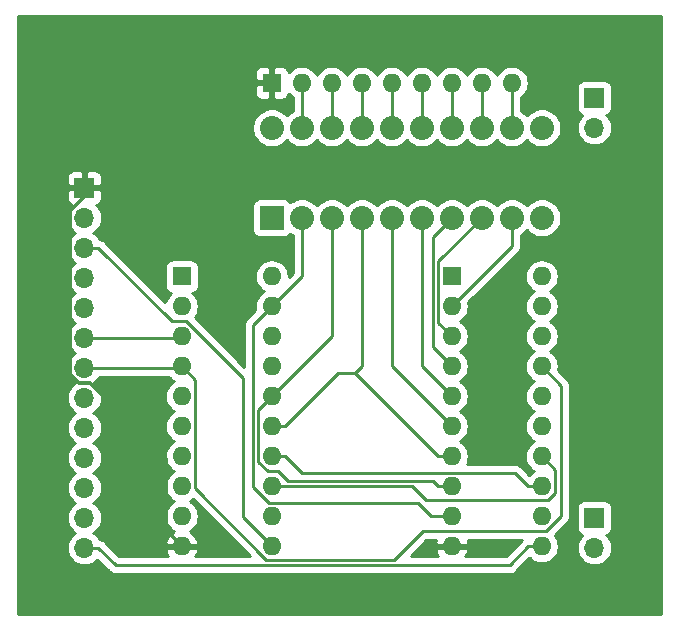
<source format=gbl>
G04 #@! TF.GenerationSoftware,KiCad,Pcbnew,(5.1.2)-2*
G04 #@! TF.CreationDate,2019-08-11T20:12:25+02:00*
G04 #@! TF.ProjectId,Register,52656769-7374-4657-922e-6b696361645f,rev?*
G04 #@! TF.SameCoordinates,Original*
G04 #@! TF.FileFunction,Copper,L2,Bot*
G04 #@! TF.FilePolarity,Positive*
%FSLAX46Y46*%
G04 Gerber Fmt 4.6, Leading zero omitted, Abs format (unit mm)*
G04 Created by KiCad (PCBNEW (5.1.2)-2) date 2019-08-11 20:12:25*
%MOMM*%
%LPD*%
G04 APERTURE LIST*
%ADD10O,1.700000X1.700000*%
%ADD11R,1.700000X1.700000*%
%ADD12R,2.032000X2.032000*%
%ADD13C,2.032000*%
%ADD14O,1.600000X1.600000*%
%ADD15R,1.600000X1.600000*%
%ADD16C,0.350000*%
%ADD17C,0.250000*%
%ADD18C,0.254000*%
G04 APERTURE END LIST*
D10*
X76835000Y-27940000D03*
D11*
X76835000Y-25400000D03*
X76835000Y-60960000D03*
D10*
X76835000Y-63500000D03*
D11*
X33655000Y-33020000D03*
D10*
X33655000Y-35560000D03*
X33655000Y-38100000D03*
X33655000Y-40640000D03*
X33655000Y-43180000D03*
X33655000Y-45720000D03*
X33655000Y-48260000D03*
X33655000Y-50800000D03*
X33655000Y-53340000D03*
X33655000Y-55880000D03*
X33655000Y-58420000D03*
X33655000Y-60960000D03*
X33655000Y-63500000D03*
D12*
X49530000Y-35560000D03*
D13*
X52070000Y-35560000D03*
X54610000Y-35560000D03*
X57150000Y-35560000D03*
X67310000Y-27940000D03*
X64770000Y-27940000D03*
X62230000Y-27940000D03*
X59690000Y-27940000D03*
X59690000Y-35560000D03*
X62230000Y-35560000D03*
X64770000Y-35560000D03*
X67310000Y-35560000D03*
X69850000Y-27940000D03*
X72390000Y-27940000D03*
X72390000Y-35560000D03*
X69850000Y-35560000D03*
X57150000Y-27940000D03*
X54610000Y-27940000D03*
X52070000Y-27940000D03*
X49530000Y-27940000D03*
D14*
X72390000Y-40513000D03*
X64770000Y-63373000D03*
X72390000Y-43053000D03*
X64770000Y-60833000D03*
X72390000Y-45593000D03*
X64770000Y-58293000D03*
X72390000Y-48133000D03*
X64770000Y-55753000D03*
X72390000Y-50673000D03*
X64770000Y-53213000D03*
X72390000Y-53213000D03*
X64770000Y-50673000D03*
X72390000Y-55753000D03*
X64770000Y-48133000D03*
X72390000Y-58293000D03*
X64770000Y-45593000D03*
X72390000Y-60833000D03*
X64770000Y-43053000D03*
X72390000Y-63373000D03*
D15*
X64770000Y-40513000D03*
X41910000Y-40513000D03*
D14*
X49530000Y-63373000D03*
X41910000Y-43053000D03*
X49530000Y-60833000D03*
X41910000Y-45593000D03*
X49530000Y-58293000D03*
X41910000Y-48133000D03*
X49530000Y-55753000D03*
X41910000Y-50673000D03*
X49530000Y-53213000D03*
X41910000Y-53213000D03*
X49530000Y-50673000D03*
X41910000Y-55753000D03*
X49530000Y-48133000D03*
X41910000Y-58293000D03*
X49530000Y-45593000D03*
X41910000Y-60833000D03*
X49530000Y-43053000D03*
X41910000Y-63373000D03*
X49530000Y-40513000D03*
D15*
X49530000Y-24130000D03*
D14*
X52070000Y-24130000D03*
X54610000Y-24130000D03*
X57150000Y-24130000D03*
X59690000Y-24130000D03*
X62230000Y-24130000D03*
X64770000Y-24130000D03*
X67310000Y-24130000D03*
X69850000Y-24130000D03*
D16*
X40545400Y-55936100D02*
X34139300Y-49530000D01*
X32422700Y-35018100D02*
X33655000Y-33785800D01*
X33655000Y-33785800D02*
X33655000Y-33020000D01*
X33186400Y-49530000D02*
X32422700Y-48766300D01*
X40545400Y-62008400D02*
X40545400Y-55936100D01*
X41910000Y-63373000D02*
X40545400Y-62008400D01*
X32422700Y-48766300D02*
X32422700Y-35018100D01*
X34139300Y-49530000D02*
X33186400Y-49530000D01*
D17*
X52070000Y-24130000D02*
X52070000Y-27940000D01*
X54610000Y-24130000D02*
X54610000Y-27940000D01*
X57150000Y-24130000D02*
X57150000Y-27940000D01*
X59690000Y-24130000D02*
X59690000Y-27940000D01*
X62230000Y-24130000D02*
X62230000Y-27940000D01*
X64770000Y-24130000D02*
X64770000Y-27940000D01*
X67310000Y-24130000D02*
X67310000Y-27940000D01*
X69850000Y-24130000D02*
X69850000Y-27940000D01*
X34830300Y-38100000D02*
X33655000Y-38100000D01*
X41053300Y-44323000D02*
X34830300Y-38100000D01*
X42286800Y-44323000D02*
X41053300Y-44323000D01*
X47053800Y-49090000D02*
X42286800Y-44323000D01*
X47053800Y-60896800D02*
X47053800Y-49090000D01*
X49530000Y-63373000D02*
X47053800Y-60896800D01*
X69850000Y-37973000D02*
X69850000Y-36703000D01*
X64770000Y-43053000D02*
X69850000Y-37973000D01*
X69850000Y-36703000D02*
X69850000Y-35560000D01*
X59690000Y-48133000D02*
X59690000Y-47117000D01*
X64770000Y-53213000D02*
X59690000Y-48133000D01*
X59690000Y-47117000D02*
X59690000Y-35560000D01*
X41783000Y-45720000D02*
X41910000Y-45593000D01*
X33655000Y-45720000D02*
X41783000Y-45720000D01*
X50655300Y-58293000D02*
X49530000Y-58293000D01*
X72390000Y-55753000D02*
X73518400Y-56881400D01*
X73518400Y-58827700D02*
X72919800Y-59426300D01*
X72919800Y-59426300D02*
X62556300Y-59426300D01*
X73518400Y-56881400D02*
X73518400Y-58827700D01*
X62556300Y-59426300D02*
X61423000Y-58293000D01*
X61423000Y-58293000D02*
X50655300Y-58293000D01*
X41783000Y-48260000D02*
X41910000Y-48133000D01*
X33655000Y-48260000D02*
X41783000Y-48260000D01*
X43035300Y-49258300D02*
X41910000Y-48133000D01*
X72390000Y-48133000D02*
X74019500Y-49762500D01*
X74019500Y-49762500D02*
X74019500Y-60803200D01*
X74019500Y-60803200D02*
X72719700Y-62103000D01*
X72719700Y-62103000D02*
X62310200Y-62103000D01*
X43035300Y-58474000D02*
X43035300Y-49258300D01*
X62310200Y-62103000D02*
X59893800Y-64519400D01*
X49080700Y-64519400D02*
X43035300Y-58474000D01*
X59893800Y-64519400D02*
X49080700Y-64519400D01*
X71264700Y-58293000D02*
X70139400Y-57167700D01*
X70139400Y-57167700D02*
X52070000Y-57167700D01*
X52070000Y-57167700D02*
X50655300Y-55753000D01*
X72390000Y-58293000D02*
X71264700Y-58293000D01*
X49530000Y-55753000D02*
X50655300Y-55753000D01*
X63623800Y-39246200D02*
X67310000Y-35560000D01*
X63623800Y-44446800D02*
X63623800Y-39246200D01*
X64770000Y-45593000D02*
X63623800Y-44446800D01*
X56587300Y-48695600D02*
X63644700Y-55753000D01*
X50655300Y-53213000D02*
X55172700Y-48695600D01*
X55172700Y-48695600D02*
X56587300Y-48695600D01*
X56587300Y-48695600D02*
X57150000Y-48132900D01*
X57150000Y-48132900D02*
X57150000Y-35560000D01*
X49530000Y-53213000D02*
X50655300Y-53213000D01*
X64770000Y-55753000D02*
X63644700Y-55753000D01*
X63173500Y-37156500D02*
X64770000Y-35560000D01*
X63173500Y-46536500D02*
X63173500Y-37156500D01*
X64770000Y-48133000D02*
X63173500Y-46536500D01*
X54610000Y-45593000D02*
X54610000Y-44450000D01*
X49530000Y-50673000D02*
X54610000Y-45593000D01*
X54610000Y-44450000D02*
X54610000Y-35560000D01*
X63644700Y-58293000D02*
X64770000Y-58293000D01*
X49530000Y-50673000D02*
X48404700Y-51798300D01*
X48404700Y-51798300D02*
X48404700Y-56259300D01*
X48404700Y-56259300D02*
X49168400Y-57023000D01*
X49168400Y-57023000D02*
X50060200Y-57023000D01*
X63194300Y-57842600D02*
X63644700Y-58293000D01*
X50060200Y-57023000D02*
X50879800Y-57842600D01*
X50879800Y-57842600D02*
X63194300Y-57842600D01*
X72390000Y-63373000D02*
X71264700Y-63373000D01*
X33655000Y-63500000D02*
X34830300Y-63500000D01*
X34830300Y-63500000D02*
X36302000Y-64971700D01*
X36302000Y-64971700D02*
X69666000Y-64971700D01*
X69666000Y-64971700D02*
X71264700Y-63373000D01*
X62230000Y-48133000D02*
X62230000Y-46736000D01*
X64770000Y-50673000D02*
X62230000Y-48133000D01*
X62230000Y-46736000D02*
X62230000Y-35560000D01*
X63644700Y-60833000D02*
X64770000Y-60833000D01*
X49530000Y-43053000D02*
X47954300Y-44628700D01*
X47954300Y-44628700D02*
X47954300Y-58332200D01*
X47954300Y-58332200D02*
X49329800Y-59707700D01*
X49329800Y-59707700D02*
X61882500Y-59707700D01*
X61882500Y-59707700D02*
X63007800Y-60833000D01*
X63007800Y-60833000D02*
X63644700Y-60833000D01*
X52070000Y-40513000D02*
X52070000Y-38989000D01*
X49530000Y-43053000D02*
X52070000Y-40513000D01*
X52070000Y-38989000D02*
X52070000Y-35560000D01*
D18*
G36*
X82475001Y-69140000D02*
G01*
X28015000Y-69140000D01*
X28015000Y-35560000D01*
X32162815Y-35560000D01*
X32191487Y-35851111D01*
X32276401Y-36131034D01*
X32414294Y-36389014D01*
X32599866Y-36615134D01*
X32825986Y-36800706D01*
X32880791Y-36830000D01*
X32825986Y-36859294D01*
X32599866Y-37044866D01*
X32414294Y-37270986D01*
X32276401Y-37528966D01*
X32191487Y-37808889D01*
X32162815Y-38100000D01*
X32191487Y-38391111D01*
X32276401Y-38671034D01*
X32414294Y-38929014D01*
X32599866Y-39155134D01*
X32825986Y-39340706D01*
X32880791Y-39370000D01*
X32825986Y-39399294D01*
X32599866Y-39584866D01*
X32414294Y-39810986D01*
X32276401Y-40068966D01*
X32191487Y-40348889D01*
X32162815Y-40640000D01*
X32191487Y-40931111D01*
X32276401Y-41211034D01*
X32414294Y-41469014D01*
X32599866Y-41695134D01*
X32825986Y-41880706D01*
X32880791Y-41910000D01*
X32825986Y-41939294D01*
X32599866Y-42124866D01*
X32414294Y-42350986D01*
X32276401Y-42608966D01*
X32191487Y-42888889D01*
X32162815Y-43180000D01*
X32191487Y-43471111D01*
X32276401Y-43751034D01*
X32414294Y-44009014D01*
X32599866Y-44235134D01*
X32825986Y-44420706D01*
X32880791Y-44450000D01*
X32825986Y-44479294D01*
X32599866Y-44664866D01*
X32414294Y-44890986D01*
X32276401Y-45148966D01*
X32191487Y-45428889D01*
X32162815Y-45720000D01*
X32191487Y-46011111D01*
X32276401Y-46291034D01*
X32414294Y-46549014D01*
X32599866Y-46775134D01*
X32825986Y-46960706D01*
X32880791Y-46990000D01*
X32825986Y-47019294D01*
X32599866Y-47204866D01*
X32414294Y-47430986D01*
X32276401Y-47688966D01*
X32191487Y-47968889D01*
X32162815Y-48260000D01*
X32191487Y-48551111D01*
X32276401Y-48831034D01*
X32414294Y-49089014D01*
X32599866Y-49315134D01*
X32825986Y-49500706D01*
X32880791Y-49530000D01*
X32825986Y-49559294D01*
X32599866Y-49744866D01*
X32414294Y-49970986D01*
X32276401Y-50228966D01*
X32191487Y-50508889D01*
X32162815Y-50800000D01*
X32191487Y-51091111D01*
X32276401Y-51371034D01*
X32414294Y-51629014D01*
X32599866Y-51855134D01*
X32825986Y-52040706D01*
X32880791Y-52070000D01*
X32825986Y-52099294D01*
X32599866Y-52284866D01*
X32414294Y-52510986D01*
X32276401Y-52768966D01*
X32191487Y-53048889D01*
X32162815Y-53340000D01*
X32191487Y-53631111D01*
X32276401Y-53911034D01*
X32414294Y-54169014D01*
X32599866Y-54395134D01*
X32825986Y-54580706D01*
X32880791Y-54610000D01*
X32825986Y-54639294D01*
X32599866Y-54824866D01*
X32414294Y-55050986D01*
X32276401Y-55308966D01*
X32191487Y-55588889D01*
X32162815Y-55880000D01*
X32191487Y-56171111D01*
X32276401Y-56451034D01*
X32414294Y-56709014D01*
X32599866Y-56935134D01*
X32825986Y-57120706D01*
X32880791Y-57150000D01*
X32825986Y-57179294D01*
X32599866Y-57364866D01*
X32414294Y-57590986D01*
X32276401Y-57848966D01*
X32191487Y-58128889D01*
X32162815Y-58420000D01*
X32191487Y-58711111D01*
X32276401Y-58991034D01*
X32414294Y-59249014D01*
X32599866Y-59475134D01*
X32825986Y-59660706D01*
X32880791Y-59690000D01*
X32825986Y-59719294D01*
X32599866Y-59904866D01*
X32414294Y-60130986D01*
X32276401Y-60388966D01*
X32191487Y-60668889D01*
X32162815Y-60960000D01*
X32191487Y-61251111D01*
X32276401Y-61531034D01*
X32414294Y-61789014D01*
X32599866Y-62015134D01*
X32825986Y-62200706D01*
X32880791Y-62230000D01*
X32825986Y-62259294D01*
X32599866Y-62444866D01*
X32414294Y-62670986D01*
X32276401Y-62928966D01*
X32191487Y-63208889D01*
X32162815Y-63500000D01*
X32191487Y-63791111D01*
X32276401Y-64071034D01*
X32414294Y-64329014D01*
X32599866Y-64555134D01*
X32825986Y-64740706D01*
X33083966Y-64878599D01*
X33363889Y-64963513D01*
X33582050Y-64985000D01*
X33727950Y-64985000D01*
X33946111Y-64963513D01*
X34226034Y-64878599D01*
X34484014Y-64740706D01*
X34710134Y-64555134D01*
X34755434Y-64499936D01*
X35738201Y-65482703D01*
X35761999Y-65511701D01*
X35790997Y-65535499D01*
X35877723Y-65606674D01*
X36009753Y-65677246D01*
X36153014Y-65720703D01*
X36264667Y-65731700D01*
X36264676Y-65731700D01*
X36301999Y-65735376D01*
X36339322Y-65731700D01*
X69628678Y-65731700D01*
X69666000Y-65735376D01*
X69703322Y-65731700D01*
X69703333Y-65731700D01*
X69814986Y-65720703D01*
X69958247Y-65677246D01*
X70090276Y-65606674D01*
X70206001Y-65511701D01*
X70229804Y-65482697D01*
X71347630Y-64364872D01*
X71370392Y-64392608D01*
X71588899Y-64571932D01*
X71838192Y-64705182D01*
X72108691Y-64787236D01*
X72319508Y-64808000D01*
X72460492Y-64808000D01*
X72671309Y-64787236D01*
X72941808Y-64705182D01*
X73191101Y-64571932D01*
X73409608Y-64392608D01*
X73588932Y-64174101D01*
X73722182Y-63924808D01*
X73804236Y-63654309D01*
X73819434Y-63500000D01*
X75342815Y-63500000D01*
X75371487Y-63791111D01*
X75456401Y-64071034D01*
X75594294Y-64329014D01*
X75779866Y-64555134D01*
X76005986Y-64740706D01*
X76263966Y-64878599D01*
X76543889Y-64963513D01*
X76762050Y-64985000D01*
X76907950Y-64985000D01*
X77126111Y-64963513D01*
X77406034Y-64878599D01*
X77664014Y-64740706D01*
X77890134Y-64555134D01*
X78075706Y-64329014D01*
X78213599Y-64071034D01*
X78298513Y-63791111D01*
X78327185Y-63500000D01*
X78298513Y-63208889D01*
X78213599Y-62928966D01*
X78075706Y-62670986D01*
X77890134Y-62444866D01*
X77860313Y-62420393D01*
X77929180Y-62399502D01*
X78039494Y-62340537D01*
X78136185Y-62261185D01*
X78215537Y-62164494D01*
X78274502Y-62054180D01*
X78310812Y-61934482D01*
X78323072Y-61810000D01*
X78323072Y-60110000D01*
X78310812Y-59985518D01*
X78274502Y-59865820D01*
X78215537Y-59755506D01*
X78136185Y-59658815D01*
X78039494Y-59579463D01*
X77929180Y-59520498D01*
X77809482Y-59484188D01*
X77685000Y-59471928D01*
X75985000Y-59471928D01*
X75860518Y-59484188D01*
X75740820Y-59520498D01*
X75630506Y-59579463D01*
X75533815Y-59658815D01*
X75454463Y-59755506D01*
X75395498Y-59865820D01*
X75359188Y-59985518D01*
X75346928Y-60110000D01*
X75346928Y-61810000D01*
X75359188Y-61934482D01*
X75395498Y-62054180D01*
X75454463Y-62164494D01*
X75533815Y-62261185D01*
X75630506Y-62340537D01*
X75740820Y-62399502D01*
X75809687Y-62420393D01*
X75779866Y-62444866D01*
X75594294Y-62670986D01*
X75456401Y-62928966D01*
X75371487Y-63208889D01*
X75342815Y-63500000D01*
X73819434Y-63500000D01*
X73831943Y-63373000D01*
X73804236Y-63091691D01*
X73722182Y-62821192D01*
X73588932Y-62571899D01*
X73470235Y-62427266D01*
X74530503Y-61366999D01*
X74559501Y-61343201D01*
X74654474Y-61227476D01*
X74725046Y-61095447D01*
X74768503Y-60952186D01*
X74779500Y-60840533D01*
X74779500Y-60840525D01*
X74783176Y-60803200D01*
X74779500Y-60765875D01*
X74779500Y-49799822D01*
X74783176Y-49762500D01*
X74779500Y-49725177D01*
X74779500Y-49725167D01*
X74768503Y-49613514D01*
X74725046Y-49470253D01*
X74654475Y-49338225D01*
X74654474Y-49338223D01*
X74583299Y-49251497D01*
X74559501Y-49222499D01*
X74530504Y-49198702D01*
X73790708Y-48458906D01*
X73804236Y-48414309D01*
X73831943Y-48133000D01*
X73804236Y-47851691D01*
X73722182Y-47581192D01*
X73588932Y-47331899D01*
X73409608Y-47113392D01*
X73191101Y-46934068D01*
X73058142Y-46863000D01*
X73191101Y-46791932D01*
X73409608Y-46612608D01*
X73588932Y-46394101D01*
X73722182Y-46144808D01*
X73804236Y-45874309D01*
X73831943Y-45593000D01*
X73804236Y-45311691D01*
X73722182Y-45041192D01*
X73588932Y-44791899D01*
X73409608Y-44573392D01*
X73191101Y-44394068D01*
X73058142Y-44323000D01*
X73191101Y-44251932D01*
X73409608Y-44072608D01*
X73588932Y-43854101D01*
X73722182Y-43604808D01*
X73804236Y-43334309D01*
X73831943Y-43053000D01*
X73804236Y-42771691D01*
X73722182Y-42501192D01*
X73588932Y-42251899D01*
X73409608Y-42033392D01*
X73191101Y-41854068D01*
X73058142Y-41783000D01*
X73191101Y-41711932D01*
X73409608Y-41532608D01*
X73588932Y-41314101D01*
X73722182Y-41064808D01*
X73804236Y-40794309D01*
X73831943Y-40513000D01*
X73804236Y-40231691D01*
X73722182Y-39961192D01*
X73588932Y-39711899D01*
X73409608Y-39493392D01*
X73191101Y-39314068D01*
X72941808Y-39180818D01*
X72671309Y-39098764D01*
X72460492Y-39078000D01*
X72319508Y-39078000D01*
X72108691Y-39098764D01*
X71838192Y-39180818D01*
X71588899Y-39314068D01*
X71370392Y-39493392D01*
X71191068Y-39711899D01*
X71057818Y-39961192D01*
X70975764Y-40231691D01*
X70948057Y-40513000D01*
X70975764Y-40794309D01*
X71057818Y-41064808D01*
X71191068Y-41314101D01*
X71370392Y-41532608D01*
X71588899Y-41711932D01*
X71721858Y-41783000D01*
X71588899Y-41854068D01*
X71370392Y-42033392D01*
X71191068Y-42251899D01*
X71057818Y-42501192D01*
X70975764Y-42771691D01*
X70948057Y-43053000D01*
X70975764Y-43334309D01*
X71057818Y-43604808D01*
X71191068Y-43854101D01*
X71370392Y-44072608D01*
X71588899Y-44251932D01*
X71721858Y-44323000D01*
X71588899Y-44394068D01*
X71370392Y-44573392D01*
X71191068Y-44791899D01*
X71057818Y-45041192D01*
X70975764Y-45311691D01*
X70948057Y-45593000D01*
X70975764Y-45874309D01*
X71057818Y-46144808D01*
X71191068Y-46394101D01*
X71370392Y-46612608D01*
X71588899Y-46791932D01*
X71721858Y-46863000D01*
X71588899Y-46934068D01*
X71370392Y-47113392D01*
X71191068Y-47331899D01*
X71057818Y-47581192D01*
X70975764Y-47851691D01*
X70948057Y-48133000D01*
X70975764Y-48414309D01*
X71057818Y-48684808D01*
X71191068Y-48934101D01*
X71370392Y-49152608D01*
X71588899Y-49331932D01*
X71721858Y-49403000D01*
X71588899Y-49474068D01*
X71370392Y-49653392D01*
X71191068Y-49871899D01*
X71057818Y-50121192D01*
X70975764Y-50391691D01*
X70948057Y-50673000D01*
X70975764Y-50954309D01*
X71057818Y-51224808D01*
X71191068Y-51474101D01*
X71370392Y-51692608D01*
X71588899Y-51871932D01*
X71721858Y-51943000D01*
X71588899Y-52014068D01*
X71370392Y-52193392D01*
X71191068Y-52411899D01*
X71057818Y-52661192D01*
X70975764Y-52931691D01*
X70948057Y-53213000D01*
X70975764Y-53494309D01*
X71057818Y-53764808D01*
X71191068Y-54014101D01*
X71370392Y-54232608D01*
X71588899Y-54411932D01*
X71721858Y-54483000D01*
X71588899Y-54554068D01*
X71370392Y-54733392D01*
X71191068Y-54951899D01*
X71057818Y-55201192D01*
X70975764Y-55471691D01*
X70948057Y-55753000D01*
X70975764Y-56034309D01*
X71057818Y-56304808D01*
X71191068Y-56554101D01*
X71370392Y-56772608D01*
X71588899Y-56951932D01*
X71721858Y-57023000D01*
X71588899Y-57094068D01*
X71370392Y-57273392D01*
X71347630Y-57301128D01*
X70703204Y-56656702D01*
X70679401Y-56627699D01*
X70563676Y-56532726D01*
X70431647Y-56462154D01*
X70288386Y-56418697D01*
X70176733Y-56407700D01*
X70176722Y-56407700D01*
X70139400Y-56404024D01*
X70102078Y-56407700D01*
X66047185Y-56407700D01*
X66102182Y-56304808D01*
X66184236Y-56034309D01*
X66211943Y-55753000D01*
X66184236Y-55471691D01*
X66102182Y-55201192D01*
X65968932Y-54951899D01*
X65789608Y-54733392D01*
X65571101Y-54554068D01*
X65438142Y-54483000D01*
X65571101Y-54411932D01*
X65789608Y-54232608D01*
X65968932Y-54014101D01*
X66102182Y-53764808D01*
X66184236Y-53494309D01*
X66211943Y-53213000D01*
X66184236Y-52931691D01*
X66102182Y-52661192D01*
X65968932Y-52411899D01*
X65789608Y-52193392D01*
X65571101Y-52014068D01*
X65438142Y-51943000D01*
X65571101Y-51871932D01*
X65789608Y-51692608D01*
X65968932Y-51474101D01*
X66102182Y-51224808D01*
X66184236Y-50954309D01*
X66211943Y-50673000D01*
X66184236Y-50391691D01*
X66102182Y-50121192D01*
X65968932Y-49871899D01*
X65789608Y-49653392D01*
X65571101Y-49474068D01*
X65438142Y-49403000D01*
X65571101Y-49331932D01*
X65789608Y-49152608D01*
X65968932Y-48934101D01*
X66102182Y-48684808D01*
X66184236Y-48414309D01*
X66211943Y-48133000D01*
X66184236Y-47851691D01*
X66102182Y-47581192D01*
X65968932Y-47331899D01*
X65789608Y-47113392D01*
X65571101Y-46934068D01*
X65438142Y-46863000D01*
X65571101Y-46791932D01*
X65789608Y-46612608D01*
X65968932Y-46394101D01*
X66102182Y-46144808D01*
X66184236Y-45874309D01*
X66211943Y-45593000D01*
X66184236Y-45311691D01*
X66102182Y-45041192D01*
X65968932Y-44791899D01*
X65789608Y-44573392D01*
X65571101Y-44394068D01*
X65438142Y-44323000D01*
X65571101Y-44251932D01*
X65789608Y-44072608D01*
X65968932Y-43854101D01*
X66102182Y-43604808D01*
X66184236Y-43334309D01*
X66211943Y-43053000D01*
X66184236Y-42771691D01*
X66170708Y-42727094D01*
X70361004Y-38536798D01*
X70390001Y-38513001D01*
X70442526Y-38448999D01*
X70484974Y-38397277D01*
X70555546Y-38265247D01*
X70563205Y-38239997D01*
X70599003Y-38121986D01*
X70610000Y-38010333D01*
X70610000Y-38010323D01*
X70613676Y-37973000D01*
X70610000Y-37935677D01*
X70610000Y-37032227D01*
X70632042Y-37023097D01*
X70902451Y-36842415D01*
X71120000Y-36624866D01*
X71337549Y-36842415D01*
X71607958Y-37023097D01*
X71908421Y-37147553D01*
X72227391Y-37211000D01*
X72552609Y-37211000D01*
X72871579Y-37147553D01*
X73172042Y-37023097D01*
X73442451Y-36842415D01*
X73672415Y-36612451D01*
X73853097Y-36342042D01*
X73977553Y-36041579D01*
X74041000Y-35722609D01*
X74041000Y-35397391D01*
X73977553Y-35078421D01*
X73853097Y-34777958D01*
X73672415Y-34507549D01*
X73442451Y-34277585D01*
X73172042Y-34096903D01*
X72871579Y-33972447D01*
X72552609Y-33909000D01*
X72227391Y-33909000D01*
X71908421Y-33972447D01*
X71607958Y-34096903D01*
X71337549Y-34277585D01*
X71120000Y-34495134D01*
X70902451Y-34277585D01*
X70632042Y-34096903D01*
X70331579Y-33972447D01*
X70012609Y-33909000D01*
X69687391Y-33909000D01*
X69368421Y-33972447D01*
X69067958Y-34096903D01*
X68797549Y-34277585D01*
X68580000Y-34495134D01*
X68362451Y-34277585D01*
X68092042Y-34096903D01*
X67791579Y-33972447D01*
X67472609Y-33909000D01*
X67147391Y-33909000D01*
X66828421Y-33972447D01*
X66527958Y-34096903D01*
X66257549Y-34277585D01*
X66040000Y-34495134D01*
X65822451Y-34277585D01*
X65552042Y-34096903D01*
X65251579Y-33972447D01*
X64932609Y-33909000D01*
X64607391Y-33909000D01*
X64288421Y-33972447D01*
X63987958Y-34096903D01*
X63717549Y-34277585D01*
X63500000Y-34495134D01*
X63282451Y-34277585D01*
X63012042Y-34096903D01*
X62711579Y-33972447D01*
X62392609Y-33909000D01*
X62067391Y-33909000D01*
X61748421Y-33972447D01*
X61447958Y-34096903D01*
X61177549Y-34277585D01*
X60960000Y-34495134D01*
X60742451Y-34277585D01*
X60472042Y-34096903D01*
X60171579Y-33972447D01*
X59852609Y-33909000D01*
X59527391Y-33909000D01*
X59208421Y-33972447D01*
X58907958Y-34096903D01*
X58637549Y-34277585D01*
X58420000Y-34495134D01*
X58202451Y-34277585D01*
X57932042Y-34096903D01*
X57631579Y-33972447D01*
X57312609Y-33909000D01*
X56987391Y-33909000D01*
X56668421Y-33972447D01*
X56367958Y-34096903D01*
X56097549Y-34277585D01*
X55880000Y-34495134D01*
X55662451Y-34277585D01*
X55392042Y-34096903D01*
X55091579Y-33972447D01*
X54772609Y-33909000D01*
X54447391Y-33909000D01*
X54128421Y-33972447D01*
X53827958Y-34096903D01*
X53557549Y-34277585D01*
X53340000Y-34495134D01*
X53122451Y-34277585D01*
X52852042Y-34096903D01*
X52551579Y-33972447D01*
X52232609Y-33909000D01*
X51907391Y-33909000D01*
X51588421Y-33972447D01*
X51287958Y-34096903D01*
X51095704Y-34225364D01*
X51076537Y-34189506D01*
X50997185Y-34092815D01*
X50900494Y-34013463D01*
X50790180Y-33954498D01*
X50670482Y-33918188D01*
X50546000Y-33905928D01*
X48514000Y-33905928D01*
X48389518Y-33918188D01*
X48269820Y-33954498D01*
X48159506Y-34013463D01*
X48062815Y-34092815D01*
X47983463Y-34189506D01*
X47924498Y-34299820D01*
X47888188Y-34419518D01*
X47875928Y-34544000D01*
X47875928Y-36576000D01*
X47888188Y-36700482D01*
X47924498Y-36820180D01*
X47983463Y-36930494D01*
X48062815Y-37027185D01*
X48159506Y-37106537D01*
X48269820Y-37165502D01*
X48389518Y-37201812D01*
X48514000Y-37214072D01*
X50546000Y-37214072D01*
X50670482Y-37201812D01*
X50790180Y-37165502D01*
X50900494Y-37106537D01*
X50997185Y-37027185D01*
X51076537Y-36930494D01*
X51095704Y-36894636D01*
X51287958Y-37023097D01*
X51310001Y-37032227D01*
X51310000Y-39026332D01*
X51310001Y-39026342D01*
X51310000Y-40198197D01*
X50969402Y-40538795D01*
X50971943Y-40513000D01*
X50944236Y-40231691D01*
X50862182Y-39961192D01*
X50728932Y-39711899D01*
X50549608Y-39493392D01*
X50331101Y-39314068D01*
X50081808Y-39180818D01*
X49811309Y-39098764D01*
X49600492Y-39078000D01*
X49459508Y-39078000D01*
X49248691Y-39098764D01*
X48978192Y-39180818D01*
X48728899Y-39314068D01*
X48510392Y-39493392D01*
X48331068Y-39711899D01*
X48197818Y-39961192D01*
X48115764Y-40231691D01*
X48088057Y-40513000D01*
X48115764Y-40794309D01*
X48197818Y-41064808D01*
X48331068Y-41314101D01*
X48510392Y-41532608D01*
X48728899Y-41711932D01*
X48861858Y-41783000D01*
X48728899Y-41854068D01*
X48510392Y-42033392D01*
X48331068Y-42251899D01*
X48197818Y-42501192D01*
X48115764Y-42771691D01*
X48088057Y-43053000D01*
X48115764Y-43334309D01*
X48129292Y-43378906D01*
X47443303Y-44064896D01*
X47414299Y-44088699D01*
X47360254Y-44154554D01*
X47319326Y-44204424D01*
X47291498Y-44256487D01*
X47248754Y-44336454D01*
X47205297Y-44479715D01*
X47194300Y-44591368D01*
X47194300Y-44591378D01*
X47190624Y-44628700D01*
X47194300Y-44666022D01*
X47194300Y-48155698D01*
X43011465Y-43972864D01*
X43108932Y-43854101D01*
X43242182Y-43604808D01*
X43324236Y-43334309D01*
X43351943Y-43053000D01*
X43324236Y-42771691D01*
X43242182Y-42501192D01*
X43108932Y-42251899D01*
X42929608Y-42033392D01*
X42816518Y-41940581D01*
X42834482Y-41938812D01*
X42954180Y-41902502D01*
X43064494Y-41843537D01*
X43161185Y-41764185D01*
X43240537Y-41667494D01*
X43299502Y-41557180D01*
X43335812Y-41437482D01*
X43348072Y-41313000D01*
X43348072Y-39713000D01*
X43335812Y-39588518D01*
X43299502Y-39468820D01*
X43240537Y-39358506D01*
X43161185Y-39261815D01*
X43064494Y-39182463D01*
X42954180Y-39123498D01*
X42834482Y-39087188D01*
X42710000Y-39074928D01*
X41110000Y-39074928D01*
X40985518Y-39087188D01*
X40865820Y-39123498D01*
X40755506Y-39182463D01*
X40658815Y-39261815D01*
X40579463Y-39358506D01*
X40520498Y-39468820D01*
X40484188Y-39588518D01*
X40471928Y-39713000D01*
X40471928Y-41313000D01*
X40484188Y-41437482D01*
X40520498Y-41557180D01*
X40579463Y-41667494D01*
X40658815Y-41764185D01*
X40755506Y-41843537D01*
X40865820Y-41902502D01*
X40985518Y-41938812D01*
X41003482Y-41940581D01*
X40890392Y-42033392D01*
X40711068Y-42251899D01*
X40577818Y-42501192D01*
X40514623Y-42709521D01*
X35394104Y-37589003D01*
X35370301Y-37559999D01*
X35254576Y-37465026D01*
X35122547Y-37394454D01*
X34979286Y-37350997D01*
X34936205Y-37346754D01*
X34895706Y-37270986D01*
X34710134Y-37044866D01*
X34484014Y-36859294D01*
X34429209Y-36830000D01*
X34484014Y-36800706D01*
X34710134Y-36615134D01*
X34895706Y-36389014D01*
X35033599Y-36131034D01*
X35118513Y-35851111D01*
X35147185Y-35560000D01*
X35118513Y-35268889D01*
X35033599Y-34988966D01*
X34895706Y-34730986D01*
X34710134Y-34504866D01*
X34680313Y-34480393D01*
X34749180Y-34459502D01*
X34859494Y-34400537D01*
X34956185Y-34321185D01*
X35035537Y-34224494D01*
X35094502Y-34114180D01*
X35130812Y-33994482D01*
X35143072Y-33870000D01*
X35140000Y-33305750D01*
X34981250Y-33147000D01*
X33782000Y-33147000D01*
X33782000Y-33167000D01*
X33528000Y-33167000D01*
X33528000Y-33147000D01*
X32328750Y-33147000D01*
X32170000Y-33305750D01*
X32166928Y-33870000D01*
X32179188Y-33994482D01*
X32215498Y-34114180D01*
X32274463Y-34224494D01*
X32353815Y-34321185D01*
X32450506Y-34400537D01*
X32560820Y-34459502D01*
X32629687Y-34480393D01*
X32599866Y-34504866D01*
X32414294Y-34730986D01*
X32276401Y-34988966D01*
X32191487Y-35268889D01*
X32162815Y-35560000D01*
X28015000Y-35560000D01*
X28015000Y-32170000D01*
X32166928Y-32170000D01*
X32170000Y-32734250D01*
X32328750Y-32893000D01*
X33528000Y-32893000D01*
X33528000Y-31693750D01*
X33782000Y-31693750D01*
X33782000Y-32893000D01*
X34981250Y-32893000D01*
X35140000Y-32734250D01*
X35143072Y-32170000D01*
X35130812Y-32045518D01*
X35094502Y-31925820D01*
X35035537Y-31815506D01*
X34956185Y-31718815D01*
X34859494Y-31639463D01*
X34749180Y-31580498D01*
X34629482Y-31544188D01*
X34505000Y-31531928D01*
X33940750Y-31535000D01*
X33782000Y-31693750D01*
X33528000Y-31693750D01*
X33369250Y-31535000D01*
X32805000Y-31531928D01*
X32680518Y-31544188D01*
X32560820Y-31580498D01*
X32450506Y-31639463D01*
X32353815Y-31718815D01*
X32274463Y-31815506D01*
X32215498Y-31925820D01*
X32179188Y-32045518D01*
X32166928Y-32170000D01*
X28015000Y-32170000D01*
X28015000Y-27777391D01*
X47879000Y-27777391D01*
X47879000Y-28102609D01*
X47942447Y-28421579D01*
X48066903Y-28722042D01*
X48247585Y-28992451D01*
X48477549Y-29222415D01*
X48747958Y-29403097D01*
X49048421Y-29527553D01*
X49367391Y-29591000D01*
X49692609Y-29591000D01*
X50011579Y-29527553D01*
X50312042Y-29403097D01*
X50582451Y-29222415D01*
X50800000Y-29004866D01*
X51017549Y-29222415D01*
X51287958Y-29403097D01*
X51588421Y-29527553D01*
X51907391Y-29591000D01*
X52232609Y-29591000D01*
X52551579Y-29527553D01*
X52852042Y-29403097D01*
X53122451Y-29222415D01*
X53340000Y-29004866D01*
X53557549Y-29222415D01*
X53827958Y-29403097D01*
X54128421Y-29527553D01*
X54447391Y-29591000D01*
X54772609Y-29591000D01*
X55091579Y-29527553D01*
X55392042Y-29403097D01*
X55662451Y-29222415D01*
X55880000Y-29004866D01*
X56097549Y-29222415D01*
X56367958Y-29403097D01*
X56668421Y-29527553D01*
X56987391Y-29591000D01*
X57312609Y-29591000D01*
X57631579Y-29527553D01*
X57932042Y-29403097D01*
X58202451Y-29222415D01*
X58420000Y-29004866D01*
X58637549Y-29222415D01*
X58907958Y-29403097D01*
X59208421Y-29527553D01*
X59527391Y-29591000D01*
X59852609Y-29591000D01*
X60171579Y-29527553D01*
X60472042Y-29403097D01*
X60742451Y-29222415D01*
X60960000Y-29004866D01*
X61177549Y-29222415D01*
X61447958Y-29403097D01*
X61748421Y-29527553D01*
X62067391Y-29591000D01*
X62392609Y-29591000D01*
X62711579Y-29527553D01*
X63012042Y-29403097D01*
X63282451Y-29222415D01*
X63500000Y-29004866D01*
X63717549Y-29222415D01*
X63987958Y-29403097D01*
X64288421Y-29527553D01*
X64607391Y-29591000D01*
X64932609Y-29591000D01*
X65251579Y-29527553D01*
X65552042Y-29403097D01*
X65822451Y-29222415D01*
X66040000Y-29004866D01*
X66257549Y-29222415D01*
X66527958Y-29403097D01*
X66828421Y-29527553D01*
X67147391Y-29591000D01*
X67472609Y-29591000D01*
X67791579Y-29527553D01*
X68092042Y-29403097D01*
X68362451Y-29222415D01*
X68580000Y-29004866D01*
X68797549Y-29222415D01*
X69067958Y-29403097D01*
X69368421Y-29527553D01*
X69687391Y-29591000D01*
X70012609Y-29591000D01*
X70331579Y-29527553D01*
X70632042Y-29403097D01*
X70902451Y-29222415D01*
X71120000Y-29004866D01*
X71337549Y-29222415D01*
X71607958Y-29403097D01*
X71908421Y-29527553D01*
X72227391Y-29591000D01*
X72552609Y-29591000D01*
X72871579Y-29527553D01*
X73172042Y-29403097D01*
X73442451Y-29222415D01*
X73672415Y-28992451D01*
X73853097Y-28722042D01*
X73977553Y-28421579D01*
X74041000Y-28102609D01*
X74041000Y-27940000D01*
X75342815Y-27940000D01*
X75371487Y-28231111D01*
X75456401Y-28511034D01*
X75594294Y-28769014D01*
X75779866Y-28995134D01*
X76005986Y-29180706D01*
X76263966Y-29318599D01*
X76543889Y-29403513D01*
X76762050Y-29425000D01*
X76907950Y-29425000D01*
X77126111Y-29403513D01*
X77406034Y-29318599D01*
X77664014Y-29180706D01*
X77890134Y-28995134D01*
X78075706Y-28769014D01*
X78213599Y-28511034D01*
X78298513Y-28231111D01*
X78327185Y-27940000D01*
X78298513Y-27648889D01*
X78213599Y-27368966D01*
X78075706Y-27110986D01*
X77890134Y-26884866D01*
X77860313Y-26860393D01*
X77929180Y-26839502D01*
X78039494Y-26780537D01*
X78136185Y-26701185D01*
X78215537Y-26604494D01*
X78274502Y-26494180D01*
X78310812Y-26374482D01*
X78323072Y-26250000D01*
X78323072Y-24550000D01*
X78310812Y-24425518D01*
X78274502Y-24305820D01*
X78215537Y-24195506D01*
X78136185Y-24098815D01*
X78039494Y-24019463D01*
X77929180Y-23960498D01*
X77809482Y-23924188D01*
X77685000Y-23911928D01*
X75985000Y-23911928D01*
X75860518Y-23924188D01*
X75740820Y-23960498D01*
X75630506Y-24019463D01*
X75533815Y-24098815D01*
X75454463Y-24195506D01*
X75395498Y-24305820D01*
X75359188Y-24425518D01*
X75346928Y-24550000D01*
X75346928Y-26250000D01*
X75359188Y-26374482D01*
X75395498Y-26494180D01*
X75454463Y-26604494D01*
X75533815Y-26701185D01*
X75630506Y-26780537D01*
X75740820Y-26839502D01*
X75809687Y-26860393D01*
X75779866Y-26884866D01*
X75594294Y-27110986D01*
X75456401Y-27368966D01*
X75371487Y-27648889D01*
X75342815Y-27940000D01*
X74041000Y-27940000D01*
X74041000Y-27777391D01*
X73977553Y-27458421D01*
X73853097Y-27157958D01*
X73672415Y-26887549D01*
X73442451Y-26657585D01*
X73172042Y-26476903D01*
X72871579Y-26352447D01*
X72552609Y-26289000D01*
X72227391Y-26289000D01*
X71908421Y-26352447D01*
X71607958Y-26476903D01*
X71337549Y-26657585D01*
X71120000Y-26875134D01*
X70902451Y-26657585D01*
X70632042Y-26476903D01*
X70610000Y-26467773D01*
X70610000Y-25350901D01*
X70651101Y-25328932D01*
X70869608Y-25149608D01*
X71048932Y-24931101D01*
X71182182Y-24681808D01*
X71264236Y-24411309D01*
X71291943Y-24130000D01*
X71264236Y-23848691D01*
X71182182Y-23578192D01*
X71048932Y-23328899D01*
X70869608Y-23110392D01*
X70651101Y-22931068D01*
X70401808Y-22797818D01*
X70131309Y-22715764D01*
X69920492Y-22695000D01*
X69779508Y-22695000D01*
X69568691Y-22715764D01*
X69298192Y-22797818D01*
X69048899Y-22931068D01*
X68830392Y-23110392D01*
X68651068Y-23328899D01*
X68580000Y-23461858D01*
X68508932Y-23328899D01*
X68329608Y-23110392D01*
X68111101Y-22931068D01*
X67861808Y-22797818D01*
X67591309Y-22715764D01*
X67380492Y-22695000D01*
X67239508Y-22695000D01*
X67028691Y-22715764D01*
X66758192Y-22797818D01*
X66508899Y-22931068D01*
X66290392Y-23110392D01*
X66111068Y-23328899D01*
X66040000Y-23461858D01*
X65968932Y-23328899D01*
X65789608Y-23110392D01*
X65571101Y-22931068D01*
X65321808Y-22797818D01*
X65051309Y-22715764D01*
X64840492Y-22695000D01*
X64699508Y-22695000D01*
X64488691Y-22715764D01*
X64218192Y-22797818D01*
X63968899Y-22931068D01*
X63750392Y-23110392D01*
X63571068Y-23328899D01*
X63500000Y-23461858D01*
X63428932Y-23328899D01*
X63249608Y-23110392D01*
X63031101Y-22931068D01*
X62781808Y-22797818D01*
X62511309Y-22715764D01*
X62300492Y-22695000D01*
X62159508Y-22695000D01*
X61948691Y-22715764D01*
X61678192Y-22797818D01*
X61428899Y-22931068D01*
X61210392Y-23110392D01*
X61031068Y-23328899D01*
X60960000Y-23461858D01*
X60888932Y-23328899D01*
X60709608Y-23110392D01*
X60491101Y-22931068D01*
X60241808Y-22797818D01*
X59971309Y-22715764D01*
X59760492Y-22695000D01*
X59619508Y-22695000D01*
X59408691Y-22715764D01*
X59138192Y-22797818D01*
X58888899Y-22931068D01*
X58670392Y-23110392D01*
X58491068Y-23328899D01*
X58420000Y-23461858D01*
X58348932Y-23328899D01*
X58169608Y-23110392D01*
X57951101Y-22931068D01*
X57701808Y-22797818D01*
X57431309Y-22715764D01*
X57220492Y-22695000D01*
X57079508Y-22695000D01*
X56868691Y-22715764D01*
X56598192Y-22797818D01*
X56348899Y-22931068D01*
X56130392Y-23110392D01*
X55951068Y-23328899D01*
X55880000Y-23461858D01*
X55808932Y-23328899D01*
X55629608Y-23110392D01*
X55411101Y-22931068D01*
X55161808Y-22797818D01*
X54891309Y-22715764D01*
X54680492Y-22695000D01*
X54539508Y-22695000D01*
X54328691Y-22715764D01*
X54058192Y-22797818D01*
X53808899Y-22931068D01*
X53590392Y-23110392D01*
X53411068Y-23328899D01*
X53340000Y-23461858D01*
X53268932Y-23328899D01*
X53089608Y-23110392D01*
X52871101Y-22931068D01*
X52621808Y-22797818D01*
X52351309Y-22715764D01*
X52140492Y-22695000D01*
X51999508Y-22695000D01*
X51788691Y-22715764D01*
X51518192Y-22797818D01*
X51268899Y-22931068D01*
X51050392Y-23110392D01*
X50957581Y-23223482D01*
X50955812Y-23205518D01*
X50919502Y-23085820D01*
X50860537Y-22975506D01*
X50781185Y-22878815D01*
X50684494Y-22799463D01*
X50574180Y-22740498D01*
X50454482Y-22704188D01*
X50330000Y-22691928D01*
X49815750Y-22695000D01*
X49657000Y-22853750D01*
X49657000Y-24003000D01*
X49677000Y-24003000D01*
X49677000Y-24257000D01*
X49657000Y-24257000D01*
X49657000Y-25406250D01*
X49815750Y-25565000D01*
X50330000Y-25568072D01*
X50454482Y-25555812D01*
X50574180Y-25519502D01*
X50684494Y-25460537D01*
X50781185Y-25381185D01*
X50860537Y-25284494D01*
X50919502Y-25174180D01*
X50955812Y-25054482D01*
X50957581Y-25036518D01*
X51050392Y-25149608D01*
X51268899Y-25328932D01*
X51310000Y-25350901D01*
X51310001Y-26467773D01*
X51287958Y-26476903D01*
X51017549Y-26657585D01*
X50800000Y-26875134D01*
X50582451Y-26657585D01*
X50312042Y-26476903D01*
X50011579Y-26352447D01*
X49692609Y-26289000D01*
X49367391Y-26289000D01*
X49048421Y-26352447D01*
X48747958Y-26476903D01*
X48477549Y-26657585D01*
X48247585Y-26887549D01*
X48066903Y-27157958D01*
X47942447Y-27458421D01*
X47879000Y-27777391D01*
X28015000Y-27777391D01*
X28015000Y-24930000D01*
X48091928Y-24930000D01*
X48104188Y-25054482D01*
X48140498Y-25174180D01*
X48199463Y-25284494D01*
X48278815Y-25381185D01*
X48375506Y-25460537D01*
X48485820Y-25519502D01*
X48605518Y-25555812D01*
X48730000Y-25568072D01*
X49244250Y-25565000D01*
X49403000Y-25406250D01*
X49403000Y-24257000D01*
X48253750Y-24257000D01*
X48095000Y-24415750D01*
X48091928Y-24930000D01*
X28015000Y-24930000D01*
X28015000Y-23330000D01*
X48091928Y-23330000D01*
X48095000Y-23844250D01*
X48253750Y-24003000D01*
X49403000Y-24003000D01*
X49403000Y-22853750D01*
X49244250Y-22695000D01*
X48730000Y-22691928D01*
X48605518Y-22704188D01*
X48485820Y-22740498D01*
X48375506Y-22799463D01*
X48278815Y-22878815D01*
X48199463Y-22975506D01*
X48140498Y-23085820D01*
X48104188Y-23205518D01*
X48091928Y-23330000D01*
X28015000Y-23330000D01*
X28015000Y-18490000D01*
X82475000Y-18490000D01*
X82475001Y-69140000D01*
X82475001Y-69140000D01*
G37*
X82475001Y-69140000D02*
X28015000Y-69140000D01*
X28015000Y-35560000D01*
X32162815Y-35560000D01*
X32191487Y-35851111D01*
X32276401Y-36131034D01*
X32414294Y-36389014D01*
X32599866Y-36615134D01*
X32825986Y-36800706D01*
X32880791Y-36830000D01*
X32825986Y-36859294D01*
X32599866Y-37044866D01*
X32414294Y-37270986D01*
X32276401Y-37528966D01*
X32191487Y-37808889D01*
X32162815Y-38100000D01*
X32191487Y-38391111D01*
X32276401Y-38671034D01*
X32414294Y-38929014D01*
X32599866Y-39155134D01*
X32825986Y-39340706D01*
X32880791Y-39370000D01*
X32825986Y-39399294D01*
X32599866Y-39584866D01*
X32414294Y-39810986D01*
X32276401Y-40068966D01*
X32191487Y-40348889D01*
X32162815Y-40640000D01*
X32191487Y-40931111D01*
X32276401Y-41211034D01*
X32414294Y-41469014D01*
X32599866Y-41695134D01*
X32825986Y-41880706D01*
X32880791Y-41910000D01*
X32825986Y-41939294D01*
X32599866Y-42124866D01*
X32414294Y-42350986D01*
X32276401Y-42608966D01*
X32191487Y-42888889D01*
X32162815Y-43180000D01*
X32191487Y-43471111D01*
X32276401Y-43751034D01*
X32414294Y-44009014D01*
X32599866Y-44235134D01*
X32825986Y-44420706D01*
X32880791Y-44450000D01*
X32825986Y-44479294D01*
X32599866Y-44664866D01*
X32414294Y-44890986D01*
X32276401Y-45148966D01*
X32191487Y-45428889D01*
X32162815Y-45720000D01*
X32191487Y-46011111D01*
X32276401Y-46291034D01*
X32414294Y-46549014D01*
X32599866Y-46775134D01*
X32825986Y-46960706D01*
X32880791Y-46990000D01*
X32825986Y-47019294D01*
X32599866Y-47204866D01*
X32414294Y-47430986D01*
X32276401Y-47688966D01*
X32191487Y-47968889D01*
X32162815Y-48260000D01*
X32191487Y-48551111D01*
X32276401Y-48831034D01*
X32414294Y-49089014D01*
X32599866Y-49315134D01*
X32825986Y-49500706D01*
X32880791Y-49530000D01*
X32825986Y-49559294D01*
X32599866Y-49744866D01*
X32414294Y-49970986D01*
X32276401Y-50228966D01*
X32191487Y-50508889D01*
X32162815Y-50800000D01*
X32191487Y-51091111D01*
X32276401Y-51371034D01*
X32414294Y-51629014D01*
X32599866Y-51855134D01*
X32825986Y-52040706D01*
X32880791Y-52070000D01*
X32825986Y-52099294D01*
X32599866Y-52284866D01*
X32414294Y-52510986D01*
X32276401Y-52768966D01*
X32191487Y-53048889D01*
X32162815Y-53340000D01*
X32191487Y-53631111D01*
X32276401Y-53911034D01*
X32414294Y-54169014D01*
X32599866Y-54395134D01*
X32825986Y-54580706D01*
X32880791Y-54610000D01*
X32825986Y-54639294D01*
X32599866Y-54824866D01*
X32414294Y-55050986D01*
X32276401Y-55308966D01*
X32191487Y-55588889D01*
X32162815Y-55880000D01*
X32191487Y-56171111D01*
X32276401Y-56451034D01*
X32414294Y-56709014D01*
X32599866Y-56935134D01*
X32825986Y-57120706D01*
X32880791Y-57150000D01*
X32825986Y-57179294D01*
X32599866Y-57364866D01*
X32414294Y-57590986D01*
X32276401Y-57848966D01*
X32191487Y-58128889D01*
X32162815Y-58420000D01*
X32191487Y-58711111D01*
X32276401Y-58991034D01*
X32414294Y-59249014D01*
X32599866Y-59475134D01*
X32825986Y-59660706D01*
X32880791Y-59690000D01*
X32825986Y-59719294D01*
X32599866Y-59904866D01*
X32414294Y-60130986D01*
X32276401Y-60388966D01*
X32191487Y-60668889D01*
X32162815Y-60960000D01*
X32191487Y-61251111D01*
X32276401Y-61531034D01*
X32414294Y-61789014D01*
X32599866Y-62015134D01*
X32825986Y-62200706D01*
X32880791Y-62230000D01*
X32825986Y-62259294D01*
X32599866Y-62444866D01*
X32414294Y-62670986D01*
X32276401Y-62928966D01*
X32191487Y-63208889D01*
X32162815Y-63500000D01*
X32191487Y-63791111D01*
X32276401Y-64071034D01*
X32414294Y-64329014D01*
X32599866Y-64555134D01*
X32825986Y-64740706D01*
X33083966Y-64878599D01*
X33363889Y-64963513D01*
X33582050Y-64985000D01*
X33727950Y-64985000D01*
X33946111Y-64963513D01*
X34226034Y-64878599D01*
X34484014Y-64740706D01*
X34710134Y-64555134D01*
X34755434Y-64499936D01*
X35738201Y-65482703D01*
X35761999Y-65511701D01*
X35790997Y-65535499D01*
X35877723Y-65606674D01*
X36009753Y-65677246D01*
X36153014Y-65720703D01*
X36264667Y-65731700D01*
X36264676Y-65731700D01*
X36301999Y-65735376D01*
X36339322Y-65731700D01*
X69628678Y-65731700D01*
X69666000Y-65735376D01*
X69703322Y-65731700D01*
X69703333Y-65731700D01*
X69814986Y-65720703D01*
X69958247Y-65677246D01*
X70090276Y-65606674D01*
X70206001Y-65511701D01*
X70229804Y-65482697D01*
X71347630Y-64364872D01*
X71370392Y-64392608D01*
X71588899Y-64571932D01*
X71838192Y-64705182D01*
X72108691Y-64787236D01*
X72319508Y-64808000D01*
X72460492Y-64808000D01*
X72671309Y-64787236D01*
X72941808Y-64705182D01*
X73191101Y-64571932D01*
X73409608Y-64392608D01*
X73588932Y-64174101D01*
X73722182Y-63924808D01*
X73804236Y-63654309D01*
X73819434Y-63500000D01*
X75342815Y-63500000D01*
X75371487Y-63791111D01*
X75456401Y-64071034D01*
X75594294Y-64329014D01*
X75779866Y-64555134D01*
X76005986Y-64740706D01*
X76263966Y-64878599D01*
X76543889Y-64963513D01*
X76762050Y-64985000D01*
X76907950Y-64985000D01*
X77126111Y-64963513D01*
X77406034Y-64878599D01*
X77664014Y-64740706D01*
X77890134Y-64555134D01*
X78075706Y-64329014D01*
X78213599Y-64071034D01*
X78298513Y-63791111D01*
X78327185Y-63500000D01*
X78298513Y-63208889D01*
X78213599Y-62928966D01*
X78075706Y-62670986D01*
X77890134Y-62444866D01*
X77860313Y-62420393D01*
X77929180Y-62399502D01*
X78039494Y-62340537D01*
X78136185Y-62261185D01*
X78215537Y-62164494D01*
X78274502Y-62054180D01*
X78310812Y-61934482D01*
X78323072Y-61810000D01*
X78323072Y-60110000D01*
X78310812Y-59985518D01*
X78274502Y-59865820D01*
X78215537Y-59755506D01*
X78136185Y-59658815D01*
X78039494Y-59579463D01*
X77929180Y-59520498D01*
X77809482Y-59484188D01*
X77685000Y-59471928D01*
X75985000Y-59471928D01*
X75860518Y-59484188D01*
X75740820Y-59520498D01*
X75630506Y-59579463D01*
X75533815Y-59658815D01*
X75454463Y-59755506D01*
X75395498Y-59865820D01*
X75359188Y-59985518D01*
X75346928Y-60110000D01*
X75346928Y-61810000D01*
X75359188Y-61934482D01*
X75395498Y-62054180D01*
X75454463Y-62164494D01*
X75533815Y-62261185D01*
X75630506Y-62340537D01*
X75740820Y-62399502D01*
X75809687Y-62420393D01*
X75779866Y-62444866D01*
X75594294Y-62670986D01*
X75456401Y-62928966D01*
X75371487Y-63208889D01*
X75342815Y-63500000D01*
X73819434Y-63500000D01*
X73831943Y-63373000D01*
X73804236Y-63091691D01*
X73722182Y-62821192D01*
X73588932Y-62571899D01*
X73470235Y-62427266D01*
X74530503Y-61366999D01*
X74559501Y-61343201D01*
X74654474Y-61227476D01*
X74725046Y-61095447D01*
X74768503Y-60952186D01*
X74779500Y-60840533D01*
X74779500Y-60840525D01*
X74783176Y-60803200D01*
X74779500Y-60765875D01*
X74779500Y-49799822D01*
X74783176Y-49762500D01*
X74779500Y-49725177D01*
X74779500Y-49725167D01*
X74768503Y-49613514D01*
X74725046Y-49470253D01*
X74654475Y-49338225D01*
X74654474Y-49338223D01*
X74583299Y-49251497D01*
X74559501Y-49222499D01*
X74530504Y-49198702D01*
X73790708Y-48458906D01*
X73804236Y-48414309D01*
X73831943Y-48133000D01*
X73804236Y-47851691D01*
X73722182Y-47581192D01*
X73588932Y-47331899D01*
X73409608Y-47113392D01*
X73191101Y-46934068D01*
X73058142Y-46863000D01*
X73191101Y-46791932D01*
X73409608Y-46612608D01*
X73588932Y-46394101D01*
X73722182Y-46144808D01*
X73804236Y-45874309D01*
X73831943Y-45593000D01*
X73804236Y-45311691D01*
X73722182Y-45041192D01*
X73588932Y-44791899D01*
X73409608Y-44573392D01*
X73191101Y-44394068D01*
X73058142Y-44323000D01*
X73191101Y-44251932D01*
X73409608Y-44072608D01*
X73588932Y-43854101D01*
X73722182Y-43604808D01*
X73804236Y-43334309D01*
X73831943Y-43053000D01*
X73804236Y-42771691D01*
X73722182Y-42501192D01*
X73588932Y-42251899D01*
X73409608Y-42033392D01*
X73191101Y-41854068D01*
X73058142Y-41783000D01*
X73191101Y-41711932D01*
X73409608Y-41532608D01*
X73588932Y-41314101D01*
X73722182Y-41064808D01*
X73804236Y-40794309D01*
X73831943Y-40513000D01*
X73804236Y-40231691D01*
X73722182Y-39961192D01*
X73588932Y-39711899D01*
X73409608Y-39493392D01*
X73191101Y-39314068D01*
X72941808Y-39180818D01*
X72671309Y-39098764D01*
X72460492Y-39078000D01*
X72319508Y-39078000D01*
X72108691Y-39098764D01*
X71838192Y-39180818D01*
X71588899Y-39314068D01*
X71370392Y-39493392D01*
X71191068Y-39711899D01*
X71057818Y-39961192D01*
X70975764Y-40231691D01*
X70948057Y-40513000D01*
X70975764Y-40794309D01*
X71057818Y-41064808D01*
X71191068Y-41314101D01*
X71370392Y-41532608D01*
X71588899Y-41711932D01*
X71721858Y-41783000D01*
X71588899Y-41854068D01*
X71370392Y-42033392D01*
X71191068Y-42251899D01*
X71057818Y-42501192D01*
X70975764Y-42771691D01*
X70948057Y-43053000D01*
X70975764Y-43334309D01*
X71057818Y-43604808D01*
X71191068Y-43854101D01*
X71370392Y-44072608D01*
X71588899Y-44251932D01*
X71721858Y-44323000D01*
X71588899Y-44394068D01*
X71370392Y-44573392D01*
X71191068Y-44791899D01*
X71057818Y-45041192D01*
X70975764Y-45311691D01*
X70948057Y-45593000D01*
X70975764Y-45874309D01*
X71057818Y-46144808D01*
X71191068Y-46394101D01*
X71370392Y-46612608D01*
X71588899Y-46791932D01*
X71721858Y-46863000D01*
X71588899Y-46934068D01*
X71370392Y-47113392D01*
X71191068Y-47331899D01*
X71057818Y-47581192D01*
X70975764Y-47851691D01*
X70948057Y-48133000D01*
X70975764Y-48414309D01*
X71057818Y-48684808D01*
X71191068Y-48934101D01*
X71370392Y-49152608D01*
X71588899Y-49331932D01*
X71721858Y-49403000D01*
X71588899Y-49474068D01*
X71370392Y-49653392D01*
X71191068Y-49871899D01*
X71057818Y-50121192D01*
X70975764Y-50391691D01*
X70948057Y-50673000D01*
X70975764Y-50954309D01*
X71057818Y-51224808D01*
X71191068Y-51474101D01*
X71370392Y-51692608D01*
X71588899Y-51871932D01*
X71721858Y-51943000D01*
X71588899Y-52014068D01*
X71370392Y-52193392D01*
X71191068Y-52411899D01*
X71057818Y-52661192D01*
X70975764Y-52931691D01*
X70948057Y-53213000D01*
X70975764Y-53494309D01*
X71057818Y-53764808D01*
X71191068Y-54014101D01*
X71370392Y-54232608D01*
X71588899Y-54411932D01*
X71721858Y-54483000D01*
X71588899Y-54554068D01*
X71370392Y-54733392D01*
X71191068Y-54951899D01*
X71057818Y-55201192D01*
X70975764Y-55471691D01*
X70948057Y-55753000D01*
X70975764Y-56034309D01*
X71057818Y-56304808D01*
X71191068Y-56554101D01*
X71370392Y-56772608D01*
X71588899Y-56951932D01*
X71721858Y-57023000D01*
X71588899Y-57094068D01*
X71370392Y-57273392D01*
X71347630Y-57301128D01*
X70703204Y-56656702D01*
X70679401Y-56627699D01*
X70563676Y-56532726D01*
X70431647Y-56462154D01*
X70288386Y-56418697D01*
X70176733Y-56407700D01*
X70176722Y-56407700D01*
X70139400Y-56404024D01*
X70102078Y-56407700D01*
X66047185Y-56407700D01*
X66102182Y-56304808D01*
X66184236Y-56034309D01*
X66211943Y-55753000D01*
X66184236Y-55471691D01*
X66102182Y-55201192D01*
X65968932Y-54951899D01*
X65789608Y-54733392D01*
X65571101Y-54554068D01*
X65438142Y-54483000D01*
X65571101Y-54411932D01*
X65789608Y-54232608D01*
X65968932Y-54014101D01*
X66102182Y-53764808D01*
X66184236Y-53494309D01*
X66211943Y-53213000D01*
X66184236Y-52931691D01*
X66102182Y-52661192D01*
X65968932Y-52411899D01*
X65789608Y-52193392D01*
X65571101Y-52014068D01*
X65438142Y-51943000D01*
X65571101Y-51871932D01*
X65789608Y-51692608D01*
X65968932Y-51474101D01*
X66102182Y-51224808D01*
X66184236Y-50954309D01*
X66211943Y-50673000D01*
X66184236Y-50391691D01*
X66102182Y-50121192D01*
X65968932Y-49871899D01*
X65789608Y-49653392D01*
X65571101Y-49474068D01*
X65438142Y-49403000D01*
X65571101Y-49331932D01*
X65789608Y-49152608D01*
X65968932Y-48934101D01*
X66102182Y-48684808D01*
X66184236Y-48414309D01*
X66211943Y-48133000D01*
X66184236Y-47851691D01*
X66102182Y-47581192D01*
X65968932Y-47331899D01*
X65789608Y-47113392D01*
X65571101Y-46934068D01*
X65438142Y-46863000D01*
X65571101Y-46791932D01*
X65789608Y-46612608D01*
X65968932Y-46394101D01*
X66102182Y-46144808D01*
X66184236Y-45874309D01*
X66211943Y-45593000D01*
X66184236Y-45311691D01*
X66102182Y-45041192D01*
X65968932Y-44791899D01*
X65789608Y-44573392D01*
X65571101Y-44394068D01*
X65438142Y-44323000D01*
X65571101Y-44251932D01*
X65789608Y-44072608D01*
X65968932Y-43854101D01*
X66102182Y-43604808D01*
X66184236Y-43334309D01*
X66211943Y-43053000D01*
X66184236Y-42771691D01*
X66170708Y-42727094D01*
X70361004Y-38536798D01*
X70390001Y-38513001D01*
X70442526Y-38448999D01*
X70484974Y-38397277D01*
X70555546Y-38265247D01*
X70563205Y-38239997D01*
X70599003Y-38121986D01*
X70610000Y-38010333D01*
X70610000Y-38010323D01*
X70613676Y-37973000D01*
X70610000Y-37935677D01*
X70610000Y-37032227D01*
X70632042Y-37023097D01*
X70902451Y-36842415D01*
X71120000Y-36624866D01*
X71337549Y-36842415D01*
X71607958Y-37023097D01*
X71908421Y-37147553D01*
X72227391Y-37211000D01*
X72552609Y-37211000D01*
X72871579Y-37147553D01*
X73172042Y-37023097D01*
X73442451Y-36842415D01*
X73672415Y-36612451D01*
X73853097Y-36342042D01*
X73977553Y-36041579D01*
X74041000Y-35722609D01*
X74041000Y-35397391D01*
X73977553Y-35078421D01*
X73853097Y-34777958D01*
X73672415Y-34507549D01*
X73442451Y-34277585D01*
X73172042Y-34096903D01*
X72871579Y-33972447D01*
X72552609Y-33909000D01*
X72227391Y-33909000D01*
X71908421Y-33972447D01*
X71607958Y-34096903D01*
X71337549Y-34277585D01*
X71120000Y-34495134D01*
X70902451Y-34277585D01*
X70632042Y-34096903D01*
X70331579Y-33972447D01*
X70012609Y-33909000D01*
X69687391Y-33909000D01*
X69368421Y-33972447D01*
X69067958Y-34096903D01*
X68797549Y-34277585D01*
X68580000Y-34495134D01*
X68362451Y-34277585D01*
X68092042Y-34096903D01*
X67791579Y-33972447D01*
X67472609Y-33909000D01*
X67147391Y-33909000D01*
X66828421Y-33972447D01*
X66527958Y-34096903D01*
X66257549Y-34277585D01*
X66040000Y-34495134D01*
X65822451Y-34277585D01*
X65552042Y-34096903D01*
X65251579Y-33972447D01*
X64932609Y-33909000D01*
X64607391Y-33909000D01*
X64288421Y-33972447D01*
X63987958Y-34096903D01*
X63717549Y-34277585D01*
X63500000Y-34495134D01*
X63282451Y-34277585D01*
X63012042Y-34096903D01*
X62711579Y-33972447D01*
X62392609Y-33909000D01*
X62067391Y-33909000D01*
X61748421Y-33972447D01*
X61447958Y-34096903D01*
X61177549Y-34277585D01*
X60960000Y-34495134D01*
X60742451Y-34277585D01*
X60472042Y-34096903D01*
X60171579Y-33972447D01*
X59852609Y-33909000D01*
X59527391Y-33909000D01*
X59208421Y-33972447D01*
X58907958Y-34096903D01*
X58637549Y-34277585D01*
X58420000Y-34495134D01*
X58202451Y-34277585D01*
X57932042Y-34096903D01*
X57631579Y-33972447D01*
X57312609Y-33909000D01*
X56987391Y-33909000D01*
X56668421Y-33972447D01*
X56367958Y-34096903D01*
X56097549Y-34277585D01*
X55880000Y-34495134D01*
X55662451Y-34277585D01*
X55392042Y-34096903D01*
X55091579Y-33972447D01*
X54772609Y-33909000D01*
X54447391Y-33909000D01*
X54128421Y-33972447D01*
X53827958Y-34096903D01*
X53557549Y-34277585D01*
X53340000Y-34495134D01*
X53122451Y-34277585D01*
X52852042Y-34096903D01*
X52551579Y-33972447D01*
X52232609Y-33909000D01*
X51907391Y-33909000D01*
X51588421Y-33972447D01*
X51287958Y-34096903D01*
X51095704Y-34225364D01*
X51076537Y-34189506D01*
X50997185Y-34092815D01*
X50900494Y-34013463D01*
X50790180Y-33954498D01*
X50670482Y-33918188D01*
X50546000Y-33905928D01*
X48514000Y-33905928D01*
X48389518Y-33918188D01*
X48269820Y-33954498D01*
X48159506Y-34013463D01*
X48062815Y-34092815D01*
X47983463Y-34189506D01*
X47924498Y-34299820D01*
X47888188Y-34419518D01*
X47875928Y-34544000D01*
X47875928Y-36576000D01*
X47888188Y-36700482D01*
X47924498Y-36820180D01*
X47983463Y-36930494D01*
X48062815Y-37027185D01*
X48159506Y-37106537D01*
X48269820Y-37165502D01*
X48389518Y-37201812D01*
X48514000Y-37214072D01*
X50546000Y-37214072D01*
X50670482Y-37201812D01*
X50790180Y-37165502D01*
X50900494Y-37106537D01*
X50997185Y-37027185D01*
X51076537Y-36930494D01*
X51095704Y-36894636D01*
X51287958Y-37023097D01*
X51310001Y-37032227D01*
X51310000Y-39026332D01*
X51310001Y-39026342D01*
X51310000Y-40198197D01*
X50969402Y-40538795D01*
X50971943Y-40513000D01*
X50944236Y-40231691D01*
X50862182Y-39961192D01*
X50728932Y-39711899D01*
X50549608Y-39493392D01*
X50331101Y-39314068D01*
X50081808Y-39180818D01*
X49811309Y-39098764D01*
X49600492Y-39078000D01*
X49459508Y-39078000D01*
X49248691Y-39098764D01*
X48978192Y-39180818D01*
X48728899Y-39314068D01*
X48510392Y-39493392D01*
X48331068Y-39711899D01*
X48197818Y-39961192D01*
X48115764Y-40231691D01*
X48088057Y-40513000D01*
X48115764Y-40794309D01*
X48197818Y-41064808D01*
X48331068Y-41314101D01*
X48510392Y-41532608D01*
X48728899Y-41711932D01*
X48861858Y-41783000D01*
X48728899Y-41854068D01*
X48510392Y-42033392D01*
X48331068Y-42251899D01*
X48197818Y-42501192D01*
X48115764Y-42771691D01*
X48088057Y-43053000D01*
X48115764Y-43334309D01*
X48129292Y-43378906D01*
X47443303Y-44064896D01*
X47414299Y-44088699D01*
X47360254Y-44154554D01*
X47319326Y-44204424D01*
X47291498Y-44256487D01*
X47248754Y-44336454D01*
X47205297Y-44479715D01*
X47194300Y-44591368D01*
X47194300Y-44591378D01*
X47190624Y-44628700D01*
X47194300Y-44666022D01*
X47194300Y-48155698D01*
X43011465Y-43972864D01*
X43108932Y-43854101D01*
X43242182Y-43604808D01*
X43324236Y-43334309D01*
X43351943Y-43053000D01*
X43324236Y-42771691D01*
X43242182Y-42501192D01*
X43108932Y-42251899D01*
X42929608Y-42033392D01*
X42816518Y-41940581D01*
X42834482Y-41938812D01*
X42954180Y-41902502D01*
X43064494Y-41843537D01*
X43161185Y-41764185D01*
X43240537Y-41667494D01*
X43299502Y-41557180D01*
X43335812Y-41437482D01*
X43348072Y-41313000D01*
X43348072Y-39713000D01*
X43335812Y-39588518D01*
X43299502Y-39468820D01*
X43240537Y-39358506D01*
X43161185Y-39261815D01*
X43064494Y-39182463D01*
X42954180Y-39123498D01*
X42834482Y-39087188D01*
X42710000Y-39074928D01*
X41110000Y-39074928D01*
X40985518Y-39087188D01*
X40865820Y-39123498D01*
X40755506Y-39182463D01*
X40658815Y-39261815D01*
X40579463Y-39358506D01*
X40520498Y-39468820D01*
X40484188Y-39588518D01*
X40471928Y-39713000D01*
X40471928Y-41313000D01*
X40484188Y-41437482D01*
X40520498Y-41557180D01*
X40579463Y-41667494D01*
X40658815Y-41764185D01*
X40755506Y-41843537D01*
X40865820Y-41902502D01*
X40985518Y-41938812D01*
X41003482Y-41940581D01*
X40890392Y-42033392D01*
X40711068Y-42251899D01*
X40577818Y-42501192D01*
X40514623Y-42709521D01*
X35394104Y-37589003D01*
X35370301Y-37559999D01*
X35254576Y-37465026D01*
X35122547Y-37394454D01*
X34979286Y-37350997D01*
X34936205Y-37346754D01*
X34895706Y-37270986D01*
X34710134Y-37044866D01*
X34484014Y-36859294D01*
X34429209Y-36830000D01*
X34484014Y-36800706D01*
X34710134Y-36615134D01*
X34895706Y-36389014D01*
X35033599Y-36131034D01*
X35118513Y-35851111D01*
X35147185Y-35560000D01*
X35118513Y-35268889D01*
X35033599Y-34988966D01*
X34895706Y-34730986D01*
X34710134Y-34504866D01*
X34680313Y-34480393D01*
X34749180Y-34459502D01*
X34859494Y-34400537D01*
X34956185Y-34321185D01*
X35035537Y-34224494D01*
X35094502Y-34114180D01*
X35130812Y-33994482D01*
X35143072Y-33870000D01*
X35140000Y-33305750D01*
X34981250Y-33147000D01*
X33782000Y-33147000D01*
X33782000Y-33167000D01*
X33528000Y-33167000D01*
X33528000Y-33147000D01*
X32328750Y-33147000D01*
X32170000Y-33305750D01*
X32166928Y-33870000D01*
X32179188Y-33994482D01*
X32215498Y-34114180D01*
X32274463Y-34224494D01*
X32353815Y-34321185D01*
X32450506Y-34400537D01*
X32560820Y-34459502D01*
X32629687Y-34480393D01*
X32599866Y-34504866D01*
X32414294Y-34730986D01*
X32276401Y-34988966D01*
X32191487Y-35268889D01*
X32162815Y-35560000D01*
X28015000Y-35560000D01*
X28015000Y-32170000D01*
X32166928Y-32170000D01*
X32170000Y-32734250D01*
X32328750Y-32893000D01*
X33528000Y-32893000D01*
X33528000Y-31693750D01*
X33782000Y-31693750D01*
X33782000Y-32893000D01*
X34981250Y-32893000D01*
X35140000Y-32734250D01*
X35143072Y-32170000D01*
X35130812Y-32045518D01*
X35094502Y-31925820D01*
X35035537Y-31815506D01*
X34956185Y-31718815D01*
X34859494Y-31639463D01*
X34749180Y-31580498D01*
X34629482Y-31544188D01*
X34505000Y-31531928D01*
X33940750Y-31535000D01*
X33782000Y-31693750D01*
X33528000Y-31693750D01*
X33369250Y-31535000D01*
X32805000Y-31531928D01*
X32680518Y-31544188D01*
X32560820Y-31580498D01*
X32450506Y-31639463D01*
X32353815Y-31718815D01*
X32274463Y-31815506D01*
X32215498Y-31925820D01*
X32179188Y-32045518D01*
X32166928Y-32170000D01*
X28015000Y-32170000D01*
X28015000Y-27777391D01*
X47879000Y-27777391D01*
X47879000Y-28102609D01*
X47942447Y-28421579D01*
X48066903Y-28722042D01*
X48247585Y-28992451D01*
X48477549Y-29222415D01*
X48747958Y-29403097D01*
X49048421Y-29527553D01*
X49367391Y-29591000D01*
X49692609Y-29591000D01*
X50011579Y-29527553D01*
X50312042Y-29403097D01*
X50582451Y-29222415D01*
X50800000Y-29004866D01*
X51017549Y-29222415D01*
X51287958Y-29403097D01*
X51588421Y-29527553D01*
X51907391Y-29591000D01*
X52232609Y-29591000D01*
X52551579Y-29527553D01*
X52852042Y-29403097D01*
X53122451Y-29222415D01*
X53340000Y-29004866D01*
X53557549Y-29222415D01*
X53827958Y-29403097D01*
X54128421Y-29527553D01*
X54447391Y-29591000D01*
X54772609Y-29591000D01*
X55091579Y-29527553D01*
X55392042Y-29403097D01*
X55662451Y-29222415D01*
X55880000Y-29004866D01*
X56097549Y-29222415D01*
X56367958Y-29403097D01*
X56668421Y-29527553D01*
X56987391Y-29591000D01*
X57312609Y-29591000D01*
X57631579Y-29527553D01*
X57932042Y-29403097D01*
X58202451Y-29222415D01*
X58420000Y-29004866D01*
X58637549Y-29222415D01*
X58907958Y-29403097D01*
X59208421Y-29527553D01*
X59527391Y-29591000D01*
X59852609Y-29591000D01*
X60171579Y-29527553D01*
X60472042Y-29403097D01*
X60742451Y-29222415D01*
X60960000Y-29004866D01*
X61177549Y-29222415D01*
X61447958Y-29403097D01*
X61748421Y-29527553D01*
X62067391Y-29591000D01*
X62392609Y-29591000D01*
X62711579Y-29527553D01*
X63012042Y-29403097D01*
X63282451Y-29222415D01*
X63500000Y-29004866D01*
X63717549Y-29222415D01*
X63987958Y-29403097D01*
X64288421Y-29527553D01*
X64607391Y-29591000D01*
X64932609Y-29591000D01*
X65251579Y-29527553D01*
X65552042Y-29403097D01*
X65822451Y-29222415D01*
X66040000Y-29004866D01*
X66257549Y-29222415D01*
X66527958Y-29403097D01*
X66828421Y-29527553D01*
X67147391Y-29591000D01*
X67472609Y-29591000D01*
X67791579Y-29527553D01*
X68092042Y-29403097D01*
X68362451Y-29222415D01*
X68580000Y-29004866D01*
X68797549Y-29222415D01*
X69067958Y-29403097D01*
X69368421Y-29527553D01*
X69687391Y-29591000D01*
X70012609Y-29591000D01*
X70331579Y-29527553D01*
X70632042Y-29403097D01*
X70902451Y-29222415D01*
X71120000Y-29004866D01*
X71337549Y-29222415D01*
X71607958Y-29403097D01*
X71908421Y-29527553D01*
X72227391Y-29591000D01*
X72552609Y-29591000D01*
X72871579Y-29527553D01*
X73172042Y-29403097D01*
X73442451Y-29222415D01*
X73672415Y-28992451D01*
X73853097Y-28722042D01*
X73977553Y-28421579D01*
X74041000Y-28102609D01*
X74041000Y-27940000D01*
X75342815Y-27940000D01*
X75371487Y-28231111D01*
X75456401Y-28511034D01*
X75594294Y-28769014D01*
X75779866Y-28995134D01*
X76005986Y-29180706D01*
X76263966Y-29318599D01*
X76543889Y-29403513D01*
X76762050Y-29425000D01*
X76907950Y-29425000D01*
X77126111Y-29403513D01*
X77406034Y-29318599D01*
X77664014Y-29180706D01*
X77890134Y-28995134D01*
X78075706Y-28769014D01*
X78213599Y-28511034D01*
X78298513Y-28231111D01*
X78327185Y-27940000D01*
X78298513Y-27648889D01*
X78213599Y-27368966D01*
X78075706Y-27110986D01*
X77890134Y-26884866D01*
X77860313Y-26860393D01*
X77929180Y-26839502D01*
X78039494Y-26780537D01*
X78136185Y-26701185D01*
X78215537Y-26604494D01*
X78274502Y-26494180D01*
X78310812Y-26374482D01*
X78323072Y-26250000D01*
X78323072Y-24550000D01*
X78310812Y-24425518D01*
X78274502Y-24305820D01*
X78215537Y-24195506D01*
X78136185Y-24098815D01*
X78039494Y-24019463D01*
X77929180Y-23960498D01*
X77809482Y-23924188D01*
X77685000Y-23911928D01*
X75985000Y-23911928D01*
X75860518Y-23924188D01*
X75740820Y-23960498D01*
X75630506Y-24019463D01*
X75533815Y-24098815D01*
X75454463Y-24195506D01*
X75395498Y-24305820D01*
X75359188Y-24425518D01*
X75346928Y-24550000D01*
X75346928Y-26250000D01*
X75359188Y-26374482D01*
X75395498Y-26494180D01*
X75454463Y-26604494D01*
X75533815Y-26701185D01*
X75630506Y-26780537D01*
X75740820Y-26839502D01*
X75809687Y-26860393D01*
X75779866Y-26884866D01*
X75594294Y-27110986D01*
X75456401Y-27368966D01*
X75371487Y-27648889D01*
X75342815Y-27940000D01*
X74041000Y-27940000D01*
X74041000Y-27777391D01*
X73977553Y-27458421D01*
X73853097Y-27157958D01*
X73672415Y-26887549D01*
X73442451Y-26657585D01*
X73172042Y-26476903D01*
X72871579Y-26352447D01*
X72552609Y-26289000D01*
X72227391Y-26289000D01*
X71908421Y-26352447D01*
X71607958Y-26476903D01*
X71337549Y-26657585D01*
X71120000Y-26875134D01*
X70902451Y-26657585D01*
X70632042Y-26476903D01*
X70610000Y-26467773D01*
X70610000Y-25350901D01*
X70651101Y-25328932D01*
X70869608Y-25149608D01*
X71048932Y-24931101D01*
X71182182Y-24681808D01*
X71264236Y-24411309D01*
X71291943Y-24130000D01*
X71264236Y-23848691D01*
X71182182Y-23578192D01*
X71048932Y-23328899D01*
X70869608Y-23110392D01*
X70651101Y-22931068D01*
X70401808Y-22797818D01*
X70131309Y-22715764D01*
X69920492Y-22695000D01*
X69779508Y-22695000D01*
X69568691Y-22715764D01*
X69298192Y-22797818D01*
X69048899Y-22931068D01*
X68830392Y-23110392D01*
X68651068Y-23328899D01*
X68580000Y-23461858D01*
X68508932Y-23328899D01*
X68329608Y-23110392D01*
X68111101Y-22931068D01*
X67861808Y-22797818D01*
X67591309Y-22715764D01*
X67380492Y-22695000D01*
X67239508Y-22695000D01*
X67028691Y-22715764D01*
X66758192Y-22797818D01*
X66508899Y-22931068D01*
X66290392Y-23110392D01*
X66111068Y-23328899D01*
X66040000Y-23461858D01*
X65968932Y-23328899D01*
X65789608Y-23110392D01*
X65571101Y-22931068D01*
X65321808Y-22797818D01*
X65051309Y-22715764D01*
X64840492Y-22695000D01*
X64699508Y-22695000D01*
X64488691Y-22715764D01*
X64218192Y-22797818D01*
X63968899Y-22931068D01*
X63750392Y-23110392D01*
X63571068Y-23328899D01*
X63500000Y-23461858D01*
X63428932Y-23328899D01*
X63249608Y-23110392D01*
X63031101Y-22931068D01*
X62781808Y-22797818D01*
X62511309Y-22715764D01*
X62300492Y-22695000D01*
X62159508Y-22695000D01*
X61948691Y-22715764D01*
X61678192Y-22797818D01*
X61428899Y-22931068D01*
X61210392Y-23110392D01*
X61031068Y-23328899D01*
X60960000Y-23461858D01*
X60888932Y-23328899D01*
X60709608Y-23110392D01*
X60491101Y-22931068D01*
X60241808Y-22797818D01*
X59971309Y-22715764D01*
X59760492Y-22695000D01*
X59619508Y-22695000D01*
X59408691Y-22715764D01*
X59138192Y-22797818D01*
X58888899Y-22931068D01*
X58670392Y-23110392D01*
X58491068Y-23328899D01*
X58420000Y-23461858D01*
X58348932Y-23328899D01*
X58169608Y-23110392D01*
X57951101Y-22931068D01*
X57701808Y-22797818D01*
X57431309Y-22715764D01*
X57220492Y-22695000D01*
X57079508Y-22695000D01*
X56868691Y-22715764D01*
X56598192Y-22797818D01*
X56348899Y-22931068D01*
X56130392Y-23110392D01*
X55951068Y-23328899D01*
X55880000Y-23461858D01*
X55808932Y-23328899D01*
X55629608Y-23110392D01*
X55411101Y-22931068D01*
X55161808Y-22797818D01*
X54891309Y-22715764D01*
X54680492Y-22695000D01*
X54539508Y-22695000D01*
X54328691Y-22715764D01*
X54058192Y-22797818D01*
X53808899Y-22931068D01*
X53590392Y-23110392D01*
X53411068Y-23328899D01*
X53340000Y-23461858D01*
X53268932Y-23328899D01*
X53089608Y-23110392D01*
X52871101Y-22931068D01*
X52621808Y-22797818D01*
X52351309Y-22715764D01*
X52140492Y-22695000D01*
X51999508Y-22695000D01*
X51788691Y-22715764D01*
X51518192Y-22797818D01*
X51268899Y-22931068D01*
X51050392Y-23110392D01*
X50957581Y-23223482D01*
X50955812Y-23205518D01*
X50919502Y-23085820D01*
X50860537Y-22975506D01*
X50781185Y-22878815D01*
X50684494Y-22799463D01*
X50574180Y-22740498D01*
X50454482Y-22704188D01*
X50330000Y-22691928D01*
X49815750Y-22695000D01*
X49657000Y-22853750D01*
X49657000Y-24003000D01*
X49677000Y-24003000D01*
X49677000Y-24257000D01*
X49657000Y-24257000D01*
X49657000Y-25406250D01*
X49815750Y-25565000D01*
X50330000Y-25568072D01*
X50454482Y-25555812D01*
X50574180Y-25519502D01*
X50684494Y-25460537D01*
X50781185Y-25381185D01*
X50860537Y-25284494D01*
X50919502Y-25174180D01*
X50955812Y-25054482D01*
X50957581Y-25036518D01*
X51050392Y-25149608D01*
X51268899Y-25328932D01*
X51310000Y-25350901D01*
X51310001Y-26467773D01*
X51287958Y-26476903D01*
X51017549Y-26657585D01*
X50800000Y-26875134D01*
X50582451Y-26657585D01*
X50312042Y-26476903D01*
X50011579Y-26352447D01*
X49692609Y-26289000D01*
X49367391Y-26289000D01*
X49048421Y-26352447D01*
X48747958Y-26476903D01*
X48477549Y-26657585D01*
X48247585Y-26887549D01*
X48066903Y-27157958D01*
X47942447Y-27458421D01*
X47879000Y-27777391D01*
X28015000Y-27777391D01*
X28015000Y-24930000D01*
X48091928Y-24930000D01*
X48104188Y-25054482D01*
X48140498Y-25174180D01*
X48199463Y-25284494D01*
X48278815Y-25381185D01*
X48375506Y-25460537D01*
X48485820Y-25519502D01*
X48605518Y-25555812D01*
X48730000Y-25568072D01*
X49244250Y-25565000D01*
X49403000Y-25406250D01*
X49403000Y-24257000D01*
X48253750Y-24257000D01*
X48095000Y-24415750D01*
X48091928Y-24930000D01*
X28015000Y-24930000D01*
X28015000Y-23330000D01*
X48091928Y-23330000D01*
X48095000Y-23844250D01*
X48253750Y-24003000D01*
X49403000Y-24003000D01*
X49403000Y-22853750D01*
X49244250Y-22695000D01*
X48730000Y-22691928D01*
X48605518Y-22704188D01*
X48485820Y-22740498D01*
X48375506Y-22799463D01*
X48278815Y-22878815D01*
X48199463Y-22975506D01*
X48140498Y-23085820D01*
X48104188Y-23205518D01*
X48091928Y-23330000D01*
X28015000Y-23330000D01*
X28015000Y-18490000D01*
X82475000Y-18490000D01*
X82475001Y-69140000D01*
G36*
X40890392Y-49152608D02*
G01*
X41108899Y-49331932D01*
X41241858Y-49403000D01*
X41108899Y-49474068D01*
X40890392Y-49653392D01*
X40711068Y-49871899D01*
X40577818Y-50121192D01*
X40495764Y-50391691D01*
X40468057Y-50673000D01*
X40495764Y-50954309D01*
X40577818Y-51224808D01*
X40711068Y-51474101D01*
X40890392Y-51692608D01*
X41108899Y-51871932D01*
X41241858Y-51943000D01*
X41108899Y-52014068D01*
X40890392Y-52193392D01*
X40711068Y-52411899D01*
X40577818Y-52661192D01*
X40495764Y-52931691D01*
X40468057Y-53213000D01*
X40495764Y-53494309D01*
X40577818Y-53764808D01*
X40711068Y-54014101D01*
X40890392Y-54232608D01*
X41108899Y-54411932D01*
X41241858Y-54483000D01*
X41108899Y-54554068D01*
X40890392Y-54733392D01*
X40711068Y-54951899D01*
X40577818Y-55201192D01*
X40495764Y-55471691D01*
X40468057Y-55753000D01*
X40495764Y-56034309D01*
X40577818Y-56304808D01*
X40711068Y-56554101D01*
X40890392Y-56772608D01*
X41108899Y-56951932D01*
X41241858Y-57023000D01*
X41108899Y-57094068D01*
X40890392Y-57273392D01*
X40711068Y-57491899D01*
X40577818Y-57741192D01*
X40495764Y-58011691D01*
X40468057Y-58293000D01*
X40495764Y-58574309D01*
X40577818Y-58844808D01*
X40711068Y-59094101D01*
X40890392Y-59312608D01*
X41108899Y-59491932D01*
X41241858Y-59563000D01*
X41108899Y-59634068D01*
X40890392Y-59813392D01*
X40711068Y-60031899D01*
X40577818Y-60281192D01*
X40495764Y-60551691D01*
X40468057Y-60833000D01*
X40495764Y-61114309D01*
X40577818Y-61384808D01*
X40711068Y-61634101D01*
X40890392Y-61852608D01*
X41108899Y-62031932D01*
X41246682Y-62105579D01*
X41054869Y-62220615D01*
X40846481Y-62409586D01*
X40678963Y-62635580D01*
X40558754Y-62889913D01*
X40518096Y-63023961D01*
X40640085Y-63246000D01*
X41783000Y-63246000D01*
X41783000Y-63226000D01*
X42037000Y-63226000D01*
X42037000Y-63246000D01*
X43179915Y-63246000D01*
X43301904Y-63023961D01*
X43261246Y-62889913D01*
X43141037Y-62635580D01*
X42973519Y-62409586D01*
X42765131Y-62220615D01*
X42573318Y-62105579D01*
X42711101Y-62031932D01*
X42929608Y-61852608D01*
X43108932Y-61634101D01*
X43242182Y-61384808D01*
X43324236Y-61114309D01*
X43351943Y-60833000D01*
X43324236Y-60551691D01*
X43242182Y-60281192D01*
X43108932Y-60031899D01*
X42929608Y-59813392D01*
X42711101Y-59634068D01*
X42578142Y-59563000D01*
X42711101Y-59491932D01*
X42857931Y-59371432D01*
X47698198Y-64211700D01*
X43065963Y-64211700D01*
X43141037Y-64110420D01*
X43261246Y-63856087D01*
X43301904Y-63722039D01*
X43179915Y-63500000D01*
X42037000Y-63500000D01*
X42037000Y-63520000D01*
X41783000Y-63520000D01*
X41783000Y-63500000D01*
X40640085Y-63500000D01*
X40518096Y-63722039D01*
X40558754Y-63856087D01*
X40678963Y-64110420D01*
X40754037Y-64211700D01*
X36616802Y-64211700D01*
X35394104Y-62989003D01*
X35370301Y-62959999D01*
X35254576Y-62865026D01*
X35122547Y-62794454D01*
X34979286Y-62750997D01*
X34936205Y-62746754D01*
X34895706Y-62670986D01*
X34710134Y-62444866D01*
X34484014Y-62259294D01*
X34429209Y-62230000D01*
X34484014Y-62200706D01*
X34710134Y-62015134D01*
X34895706Y-61789014D01*
X35033599Y-61531034D01*
X35118513Y-61251111D01*
X35147185Y-60960000D01*
X35118513Y-60668889D01*
X35033599Y-60388966D01*
X34895706Y-60130986D01*
X34710134Y-59904866D01*
X34484014Y-59719294D01*
X34429209Y-59690000D01*
X34484014Y-59660706D01*
X34710134Y-59475134D01*
X34895706Y-59249014D01*
X35033599Y-58991034D01*
X35118513Y-58711111D01*
X35147185Y-58420000D01*
X35118513Y-58128889D01*
X35033599Y-57848966D01*
X34895706Y-57590986D01*
X34710134Y-57364866D01*
X34484014Y-57179294D01*
X34429209Y-57150000D01*
X34484014Y-57120706D01*
X34710134Y-56935134D01*
X34895706Y-56709014D01*
X35033599Y-56451034D01*
X35118513Y-56171111D01*
X35147185Y-55880000D01*
X35118513Y-55588889D01*
X35033599Y-55308966D01*
X34895706Y-55050986D01*
X34710134Y-54824866D01*
X34484014Y-54639294D01*
X34429209Y-54610000D01*
X34484014Y-54580706D01*
X34710134Y-54395134D01*
X34895706Y-54169014D01*
X35033599Y-53911034D01*
X35118513Y-53631111D01*
X35147185Y-53340000D01*
X35118513Y-53048889D01*
X35033599Y-52768966D01*
X34895706Y-52510986D01*
X34710134Y-52284866D01*
X34484014Y-52099294D01*
X34429209Y-52070000D01*
X34484014Y-52040706D01*
X34710134Y-51855134D01*
X34895706Y-51629014D01*
X35033599Y-51371034D01*
X35118513Y-51091111D01*
X35147185Y-50800000D01*
X35118513Y-50508889D01*
X35033599Y-50228966D01*
X34895706Y-49970986D01*
X34710134Y-49744866D01*
X34484014Y-49559294D01*
X34429209Y-49530000D01*
X34484014Y-49500706D01*
X34710134Y-49315134D01*
X34895706Y-49089014D01*
X34932595Y-49020000D01*
X40781563Y-49020000D01*
X40890392Y-49152608D01*
X40890392Y-49152608D01*
G37*
X40890392Y-49152608D02*
X41108899Y-49331932D01*
X41241858Y-49403000D01*
X41108899Y-49474068D01*
X40890392Y-49653392D01*
X40711068Y-49871899D01*
X40577818Y-50121192D01*
X40495764Y-50391691D01*
X40468057Y-50673000D01*
X40495764Y-50954309D01*
X40577818Y-51224808D01*
X40711068Y-51474101D01*
X40890392Y-51692608D01*
X41108899Y-51871932D01*
X41241858Y-51943000D01*
X41108899Y-52014068D01*
X40890392Y-52193392D01*
X40711068Y-52411899D01*
X40577818Y-52661192D01*
X40495764Y-52931691D01*
X40468057Y-53213000D01*
X40495764Y-53494309D01*
X40577818Y-53764808D01*
X40711068Y-54014101D01*
X40890392Y-54232608D01*
X41108899Y-54411932D01*
X41241858Y-54483000D01*
X41108899Y-54554068D01*
X40890392Y-54733392D01*
X40711068Y-54951899D01*
X40577818Y-55201192D01*
X40495764Y-55471691D01*
X40468057Y-55753000D01*
X40495764Y-56034309D01*
X40577818Y-56304808D01*
X40711068Y-56554101D01*
X40890392Y-56772608D01*
X41108899Y-56951932D01*
X41241858Y-57023000D01*
X41108899Y-57094068D01*
X40890392Y-57273392D01*
X40711068Y-57491899D01*
X40577818Y-57741192D01*
X40495764Y-58011691D01*
X40468057Y-58293000D01*
X40495764Y-58574309D01*
X40577818Y-58844808D01*
X40711068Y-59094101D01*
X40890392Y-59312608D01*
X41108899Y-59491932D01*
X41241858Y-59563000D01*
X41108899Y-59634068D01*
X40890392Y-59813392D01*
X40711068Y-60031899D01*
X40577818Y-60281192D01*
X40495764Y-60551691D01*
X40468057Y-60833000D01*
X40495764Y-61114309D01*
X40577818Y-61384808D01*
X40711068Y-61634101D01*
X40890392Y-61852608D01*
X41108899Y-62031932D01*
X41246682Y-62105579D01*
X41054869Y-62220615D01*
X40846481Y-62409586D01*
X40678963Y-62635580D01*
X40558754Y-62889913D01*
X40518096Y-63023961D01*
X40640085Y-63246000D01*
X41783000Y-63246000D01*
X41783000Y-63226000D01*
X42037000Y-63226000D01*
X42037000Y-63246000D01*
X43179915Y-63246000D01*
X43301904Y-63023961D01*
X43261246Y-62889913D01*
X43141037Y-62635580D01*
X42973519Y-62409586D01*
X42765131Y-62220615D01*
X42573318Y-62105579D01*
X42711101Y-62031932D01*
X42929608Y-61852608D01*
X43108932Y-61634101D01*
X43242182Y-61384808D01*
X43324236Y-61114309D01*
X43351943Y-60833000D01*
X43324236Y-60551691D01*
X43242182Y-60281192D01*
X43108932Y-60031899D01*
X42929608Y-59813392D01*
X42711101Y-59634068D01*
X42578142Y-59563000D01*
X42711101Y-59491932D01*
X42857931Y-59371432D01*
X47698198Y-64211700D01*
X43065963Y-64211700D01*
X43141037Y-64110420D01*
X43261246Y-63856087D01*
X43301904Y-63722039D01*
X43179915Y-63500000D01*
X42037000Y-63500000D01*
X42037000Y-63520000D01*
X41783000Y-63520000D01*
X41783000Y-63500000D01*
X40640085Y-63500000D01*
X40518096Y-63722039D01*
X40558754Y-63856087D01*
X40678963Y-64110420D01*
X40754037Y-64211700D01*
X36616802Y-64211700D01*
X35394104Y-62989003D01*
X35370301Y-62959999D01*
X35254576Y-62865026D01*
X35122547Y-62794454D01*
X34979286Y-62750997D01*
X34936205Y-62746754D01*
X34895706Y-62670986D01*
X34710134Y-62444866D01*
X34484014Y-62259294D01*
X34429209Y-62230000D01*
X34484014Y-62200706D01*
X34710134Y-62015134D01*
X34895706Y-61789014D01*
X35033599Y-61531034D01*
X35118513Y-61251111D01*
X35147185Y-60960000D01*
X35118513Y-60668889D01*
X35033599Y-60388966D01*
X34895706Y-60130986D01*
X34710134Y-59904866D01*
X34484014Y-59719294D01*
X34429209Y-59690000D01*
X34484014Y-59660706D01*
X34710134Y-59475134D01*
X34895706Y-59249014D01*
X35033599Y-58991034D01*
X35118513Y-58711111D01*
X35147185Y-58420000D01*
X35118513Y-58128889D01*
X35033599Y-57848966D01*
X34895706Y-57590986D01*
X34710134Y-57364866D01*
X34484014Y-57179294D01*
X34429209Y-57150000D01*
X34484014Y-57120706D01*
X34710134Y-56935134D01*
X34895706Y-56709014D01*
X35033599Y-56451034D01*
X35118513Y-56171111D01*
X35147185Y-55880000D01*
X35118513Y-55588889D01*
X35033599Y-55308966D01*
X34895706Y-55050986D01*
X34710134Y-54824866D01*
X34484014Y-54639294D01*
X34429209Y-54610000D01*
X34484014Y-54580706D01*
X34710134Y-54395134D01*
X34895706Y-54169014D01*
X35033599Y-53911034D01*
X35118513Y-53631111D01*
X35147185Y-53340000D01*
X35118513Y-53048889D01*
X35033599Y-52768966D01*
X34895706Y-52510986D01*
X34710134Y-52284866D01*
X34484014Y-52099294D01*
X34429209Y-52070000D01*
X34484014Y-52040706D01*
X34710134Y-51855134D01*
X34895706Y-51629014D01*
X35033599Y-51371034D01*
X35118513Y-51091111D01*
X35147185Y-50800000D01*
X35118513Y-50508889D01*
X35033599Y-50228966D01*
X34895706Y-49970986D01*
X34710134Y-49744866D01*
X34484014Y-49559294D01*
X34429209Y-49530000D01*
X34484014Y-49500706D01*
X34710134Y-49315134D01*
X34895706Y-49089014D01*
X34932595Y-49020000D01*
X40781563Y-49020000D01*
X40890392Y-49152608D01*
G36*
X63418754Y-62889913D02*
G01*
X63378096Y-63023961D01*
X63500085Y-63246000D01*
X64643000Y-63246000D01*
X64643000Y-63226000D01*
X64897000Y-63226000D01*
X64897000Y-63246000D01*
X66039915Y-63246000D01*
X66161904Y-63023961D01*
X66121246Y-62889913D01*
X66108526Y-62863000D01*
X70699898Y-62863000D01*
X69351199Y-64211700D01*
X65925963Y-64211700D01*
X66001037Y-64110420D01*
X66121246Y-63856087D01*
X66161904Y-63722039D01*
X66039915Y-63500000D01*
X64897000Y-63500000D01*
X64897000Y-63520000D01*
X64643000Y-63520000D01*
X64643000Y-63500000D01*
X63500085Y-63500000D01*
X63378096Y-63722039D01*
X63418754Y-63856087D01*
X63538963Y-64110420D01*
X63614037Y-64211700D01*
X61276301Y-64211700D01*
X62625002Y-62863000D01*
X63431474Y-62863000D01*
X63418754Y-62889913D01*
X63418754Y-62889913D01*
G37*
X63418754Y-62889913D02*
X63378096Y-63023961D01*
X63500085Y-63246000D01*
X64643000Y-63246000D01*
X64643000Y-63226000D01*
X64897000Y-63226000D01*
X64897000Y-63246000D01*
X66039915Y-63246000D01*
X66161904Y-63023961D01*
X66121246Y-62889913D01*
X66108526Y-62863000D01*
X70699898Y-62863000D01*
X69351199Y-64211700D01*
X65925963Y-64211700D01*
X66001037Y-64110420D01*
X66121246Y-63856087D01*
X66161904Y-63722039D01*
X66039915Y-63500000D01*
X64897000Y-63500000D01*
X64897000Y-63520000D01*
X64643000Y-63520000D01*
X64643000Y-63500000D01*
X63500085Y-63500000D01*
X63378096Y-63722039D01*
X63418754Y-63856087D01*
X63538963Y-64110420D01*
X63614037Y-64211700D01*
X61276301Y-64211700D01*
X62625002Y-62863000D01*
X63431474Y-62863000D01*
X63418754Y-62889913D01*
M02*

</source>
